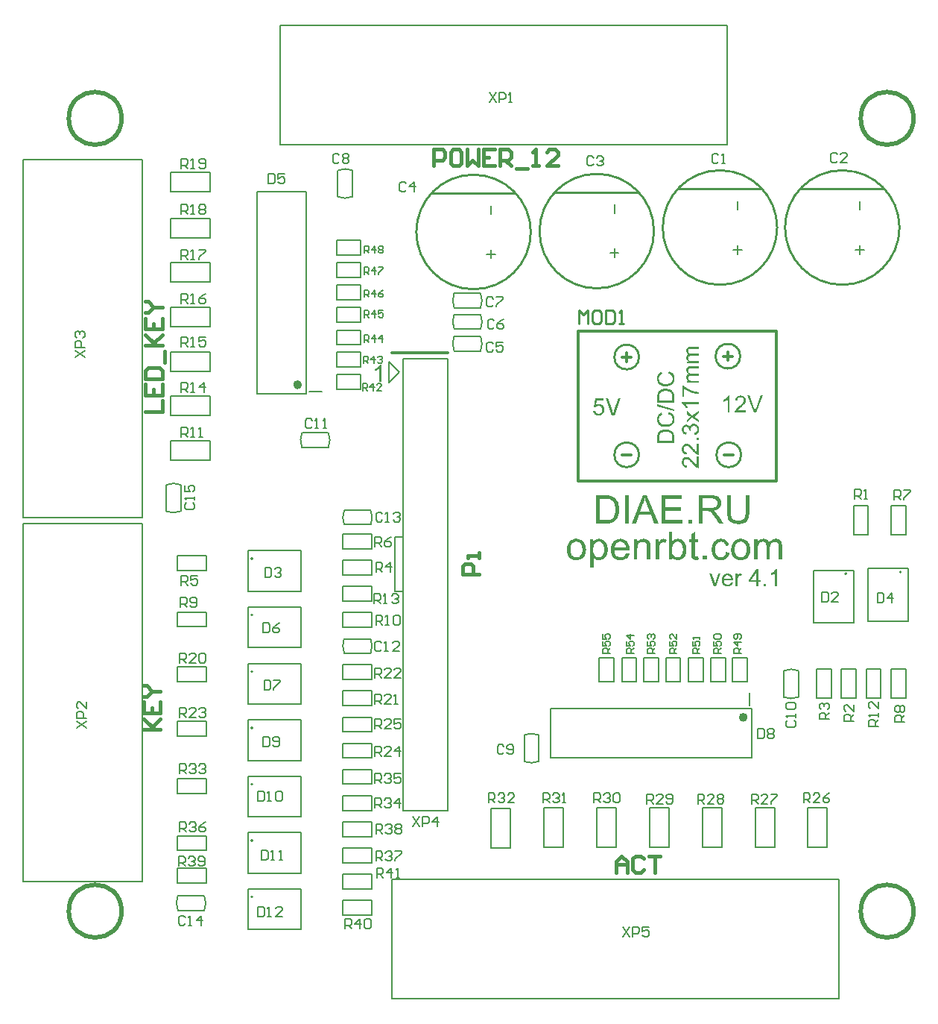
<source format=gto>
G04 Layer_Color=65535*
%FSLAX44Y44*%
%MOMM*%
G71*
G01*
G75*
%ADD18C,0.3000*%
%ADD19C,0.5000*%
%ADD35C,0.2540*%
%ADD36C,0.1500*%
%ADD37C,0.5000*%
%ADD38C,0.2500*%
%ADD39C,0.2000*%
%ADD40C,0.2032*%
%ADD41C,0.1998*%
%ADD42C,0.4000*%
G36*
X696329Y472695D02*
X696838Y472602D01*
X697439Y472417D01*
X698087Y472186D01*
X698828Y471862D01*
X699614Y471445D01*
X698180Y467836D01*
X698133Y467882D01*
X697948Y467974D01*
X697671Y468113D01*
X697300Y468252D01*
X696884Y468391D01*
X696375Y468530D01*
X695866Y468622D01*
X695357Y468669D01*
X695125D01*
X694894Y468622D01*
X694570Y468576D01*
X694246Y468483D01*
X693830Y468344D01*
X693413Y468159D01*
X693043Y467882D01*
X692997Y467836D01*
X692858Y467743D01*
X692719Y467558D01*
X692487Y467326D01*
X692256Y467002D01*
X692025Y466632D01*
X691793Y466216D01*
X691608Y465707D01*
X691562Y465614D01*
X691516Y465336D01*
X691423Y464920D01*
X691284Y464365D01*
X691145Y463670D01*
X691053Y462884D01*
X691007Y462051D01*
X690960Y461125D01*
Y449000D01*
X687027D01*
Y472232D01*
X690590D01*
Y468715D01*
X690636Y468761D01*
X690822Y469085D01*
X691053Y469501D01*
X691423Y470011D01*
X691793Y470520D01*
X692210Y471075D01*
X692626Y471538D01*
X693043Y471908D01*
X693089Y471954D01*
X693228Y472047D01*
X693506Y472186D01*
X693783Y472324D01*
X694154Y472463D01*
X694616Y472602D01*
X695079Y472695D01*
X695588Y472741D01*
X695912D01*
X696329Y472695D01*
D02*
G37*
G36*
X673791D02*
X674300Y472649D01*
X674902Y472556D01*
X675549Y472417D01*
X676244Y472232D01*
X676892Y471954D01*
X676984Y471908D01*
X677169Y471815D01*
X677493Y471677D01*
X677863Y471445D01*
X678326Y471167D01*
X678743Y470797D01*
X679159Y470427D01*
X679529Y469964D01*
X679576Y469918D01*
X679668Y469733D01*
X679807Y469501D01*
X680039Y469178D01*
X680224Y468715D01*
X680409Y468252D01*
X680640Y467697D01*
X680779Y467095D01*
Y467049D01*
X680825Y466864D01*
X680872Y466586D01*
X680918Y466216D01*
Y465660D01*
X680964Y465013D01*
X681010Y464226D01*
Y463254D01*
Y449000D01*
X677077D01*
Y463069D01*
Y463115D01*
Y463161D01*
Y463485D01*
Y463902D01*
X677030Y464411D01*
X676984Y465013D01*
X676892Y465614D01*
X676753Y466169D01*
X676614Y466679D01*
Y466725D01*
X676521Y466864D01*
X676383Y467095D01*
X676244Y467373D01*
X676012Y467650D01*
X675735Y467974D01*
X675364Y468298D01*
X674948Y468576D01*
X674902Y468622D01*
X674763Y468715D01*
X674485Y468807D01*
X674161Y468946D01*
X673791Y469085D01*
X673328Y469224D01*
X672773Y469270D01*
X672217Y469316D01*
X671986D01*
X671801Y469270D01*
X671338Y469224D01*
X670736Y469131D01*
X670089Y468900D01*
X669348Y468622D01*
X668608Y468252D01*
X667914Y467697D01*
X667821Y467604D01*
X667636Y467373D01*
X667497Y467188D01*
X667358Y466956D01*
X667173Y466679D01*
X667034Y466354D01*
X666849Y465984D01*
X666664Y465522D01*
X666525Y465013D01*
X666386Y464457D01*
X666294Y463856D01*
X666201Y463208D01*
X666109Y462421D01*
Y461634D01*
Y449000D01*
X662175D01*
Y472232D01*
X665692D01*
Y468900D01*
X665738Y468946D01*
X665831Y469085D01*
X665970Y469270D01*
X666155Y469501D01*
X666433Y469779D01*
X666757Y470103D01*
X667127Y470473D01*
X667589Y470844D01*
X668052Y471167D01*
X668608Y471538D01*
X669209Y471862D01*
X669857Y472139D01*
X670598Y472371D01*
X671338Y472556D01*
X672171Y472695D01*
X673050Y472741D01*
X673421D01*
X673791Y472695D01*
D02*
G37*
G36*
X823919D02*
X824243D01*
X824567Y472649D01*
X825354Y472510D01*
X826187Y472278D01*
X827066Y471908D01*
X827946Y471445D01*
X828686Y470797D01*
X828779Y470705D01*
X828964Y470427D01*
X829288Y470011D01*
X829426Y469687D01*
X829612Y469363D01*
X829797Y468946D01*
X829936Y468530D01*
X830121Y468067D01*
X830259Y467511D01*
X830352Y466956D01*
X830445Y466308D01*
X830537Y465660D01*
Y464920D01*
Y449000D01*
X826603D01*
Y463578D01*
Y463624D01*
Y463670D01*
Y463948D01*
Y464365D01*
X826557Y464874D01*
X826511Y465429D01*
X826465Y465984D01*
X826372Y466540D01*
X826233Y466956D01*
Y467002D01*
X826141Y467141D01*
X826048Y467326D01*
X825909Y467558D01*
X825724Y467836D01*
X825493Y468113D01*
X825215Y468391D01*
X824845Y468669D01*
X824799Y468715D01*
X824660Y468761D01*
X824475Y468854D01*
X824151Y468992D01*
X823827Y469131D01*
X823410Y469224D01*
X822994Y469270D01*
X822485Y469316D01*
X822253D01*
X822068Y469270D01*
X821605Y469224D01*
X821050Y469131D01*
X820402Y468900D01*
X819708Y468622D01*
X819014Y468206D01*
X818366Y467650D01*
X818320Y467558D01*
X818135Y467326D01*
X817857Y466956D01*
X817579Y466401D01*
X817255Y465660D01*
X817024Y464781D01*
X816839Y463717D01*
X816746Y462467D01*
Y449000D01*
X812812D01*
Y464041D01*
Y464087D01*
Y464179D01*
Y464272D01*
Y464457D01*
X812766Y464966D01*
X812674Y465522D01*
X812581Y466169D01*
X812396Y466817D01*
X812165Y467419D01*
X811841Y467974D01*
X811794Y468021D01*
X811655Y468206D01*
X811424Y468391D01*
X811100Y468669D01*
X810684Y468900D01*
X810128Y469131D01*
X809480Y469270D01*
X808694Y469316D01*
X808416D01*
X808092Y469270D01*
X807722Y469224D01*
X807259Y469085D01*
X806704Y468946D01*
X806195Y468715D01*
X805639Y468437D01*
X805593Y468391D01*
X805408Y468252D01*
X805176Y468067D01*
X804852Y467789D01*
X804529Y467419D01*
X804204Y466956D01*
X803881Y466447D01*
X803603Y465845D01*
X803557Y465753D01*
X803510Y465522D01*
X803418Y465151D01*
X803279Y464642D01*
X803140Y463948D01*
X803048Y463115D01*
X803001Y462143D01*
X802955Y461032D01*
Y449000D01*
X799021D01*
Y472232D01*
X802539D01*
Y468900D01*
X802585Y468992D01*
X802724Y469178D01*
X803001Y469501D01*
X803325Y469872D01*
X803742Y470335D01*
X804251Y470797D01*
X804806Y471260D01*
X805454Y471677D01*
X805547Y471723D01*
X805778Y471862D01*
X806148Y472001D01*
X806657Y472232D01*
X807259Y472417D01*
X807953Y472556D01*
X808740Y472695D01*
X809573Y472741D01*
X809989D01*
X810499Y472695D01*
X811054Y472602D01*
X811748Y472463D01*
X812442Y472278D01*
X813136Y472001D01*
X813784Y471630D01*
X813877Y471584D01*
X814062Y471445D01*
X814340Y471214D01*
X814710Y470844D01*
X815080Y470427D01*
X815497Y469918D01*
X815867Y469316D01*
X816144Y468622D01*
X816191Y468669D01*
X816283Y468807D01*
X816422Y468992D01*
X816654Y469270D01*
X816931Y469594D01*
X817255Y469918D01*
X817625Y470288D01*
X818088Y470705D01*
X818597Y471075D01*
X819106Y471445D01*
X819708Y471769D01*
X820356Y472093D01*
X821050Y472371D01*
X821790Y472556D01*
X822531Y472695D01*
X823364Y472741D01*
X823688D01*
X823919Y472695D01*
D02*
G37*
G36*
X744921Y449000D02*
X740432D01*
Y453489D01*
X744921D01*
Y449000D01*
D02*
G37*
G36*
X761813Y472695D02*
X762091D01*
X762461Y472649D01*
X763340Y472510D01*
X764312Y472278D01*
X765330Y471908D01*
X766348Y471445D01*
X767320Y470797D01*
X767367D01*
X767413Y470705D01*
X767691Y470427D01*
X768107Y470011D01*
X768616Y469409D01*
X769125Y468669D01*
X769634Y467743D01*
X770097Y466679D01*
X770421Y465429D01*
X766580Y464827D01*
Y464874D01*
X766534Y464920D01*
X766487Y465198D01*
X766348Y465614D01*
X766117Y466123D01*
X765886Y466679D01*
X765516Y467280D01*
X765099Y467836D01*
X764636Y468298D01*
X764590Y468344D01*
X764405Y468483D01*
X764081Y468669D01*
X763711Y468900D01*
X763202Y469131D01*
X762646Y469316D01*
X761998Y469455D01*
X761304Y469501D01*
X761026D01*
X760795Y469455D01*
X760286Y469409D01*
X759592Y469224D01*
X758851Y468992D01*
X758018Y468622D01*
X757232Y468067D01*
X756861Y467743D01*
X756491Y467373D01*
Y467326D01*
X756398Y467280D01*
X756306Y467141D01*
X756213Y466956D01*
X756075Y466725D01*
X755890Y466447D01*
X755751Y466123D01*
X755565Y465753D01*
X755380Y465290D01*
X755242Y464781D01*
X755057Y464226D01*
X754918Y463624D01*
X754825Y462976D01*
X754733Y462236D01*
X754640Y461449D01*
Y460616D01*
Y460570D01*
Y460431D01*
Y460153D01*
X754686Y459875D01*
Y459459D01*
X754733Y459043D01*
X754871Y458024D01*
X755057Y456914D01*
X755380Y455757D01*
X755797Y454739D01*
X756075Y454230D01*
X756398Y453813D01*
X756491Y453720D01*
X756722Y453489D01*
X757139Y453165D01*
X757648Y452795D01*
X758342Y452378D01*
X759129Y452054D01*
X760055Y451823D01*
X760564Y451777D01*
X761073Y451730D01*
X761165D01*
X761443Y451777D01*
X761906Y451823D01*
X762415Y451916D01*
X763016Y452054D01*
X763664Y452332D01*
X764312Y452656D01*
X764914Y453119D01*
X765006Y453165D01*
X765145Y453396D01*
X765423Y453720D01*
X765747Y454230D01*
X766071Y454831D01*
X766441Y455572D01*
X766719Y456497D01*
X766904Y457515D01*
X770791Y457006D01*
Y456960D01*
X770745Y456821D01*
X770699Y456636D01*
X770652Y456358D01*
X770560Y455988D01*
X770467Y455618D01*
X770143Y454692D01*
X769727Y453720D01*
X769125Y452656D01*
X768385Y451638D01*
X767968Y451175D01*
X767505Y450712D01*
X767459Y450666D01*
X767367Y450620D01*
X767228Y450527D01*
X767043Y450388D01*
X766811Y450203D01*
X766487Y450018D01*
X766117Y449833D01*
X765747Y449602D01*
X764821Y449185D01*
X763711Y448861D01*
X762507Y448583D01*
X761813Y448537D01*
X761119Y448491D01*
X760656D01*
X760332Y448537D01*
X759916Y448583D01*
X759453Y448676D01*
X758944Y448769D01*
X758389Y448861D01*
X757139Y449231D01*
X756537Y449509D01*
X755890Y449787D01*
X755242Y450157D01*
X754640Y450574D01*
X754038Y451036D01*
X753483Y451592D01*
X753437Y451638D01*
X753344Y451730D01*
X753205Y451916D01*
X753020Y452147D01*
X752835Y452471D01*
X752557Y452887D01*
X752326Y453350D01*
X752048Y453859D01*
X751771Y454461D01*
X751539Y455155D01*
X751262Y455849D01*
X751077Y456682D01*
X750891Y457515D01*
X750752Y458487D01*
X750660Y459459D01*
X750614Y460523D01*
Y460570D01*
Y460709D01*
Y460894D01*
Y461171D01*
X750660Y461495D01*
Y461866D01*
X750706Y462282D01*
X750752Y462745D01*
X750891Y463763D01*
X751123Y464874D01*
X751400Y465984D01*
X751817Y467095D01*
Y467141D01*
X751863Y467234D01*
X751956Y467373D01*
X752048Y467558D01*
X752326Y468067D01*
X752742Y468669D01*
X753298Y469363D01*
X753946Y470057D01*
X754733Y470751D01*
X755612Y471306D01*
X755658D01*
X755751Y471353D01*
X755890Y471445D01*
X756075Y471538D01*
X756306Y471630D01*
X756584Y471769D01*
X757278Y472047D01*
X758065Y472278D01*
X759036Y472510D01*
X760055Y472695D01*
X761165Y472741D01*
X761535D01*
X761813Y472695D01*
D02*
G37*
G36*
X623393D02*
X623717Y472649D01*
X624411Y472556D01*
X625244Y472371D01*
X626124Y472093D01*
X627003Y471677D01*
X627882Y471167D01*
X627929D01*
X627975Y471075D01*
X628252Y470890D01*
X628669Y470520D01*
X629178Y470057D01*
X629734Y469455D01*
X630289Y468715D01*
X630844Y467836D01*
X631307Y466864D01*
Y466817D01*
X631353Y466725D01*
X631399Y466586D01*
X631492Y466401D01*
X631585Y466123D01*
X631677Y465799D01*
X631909Y465059D01*
X632140Y464133D01*
X632325Y463115D01*
X632464Y461958D01*
X632510Y460755D01*
Y460709D01*
Y460616D01*
Y460431D01*
Y460153D01*
X632464Y459829D01*
Y459459D01*
X632371Y458626D01*
X632186Y457608D01*
X631955Y456543D01*
X631631Y455433D01*
X631214Y454322D01*
Y454276D01*
X631168Y454183D01*
X631076Y454044D01*
X630983Y453859D01*
X630659Y453350D01*
X630243Y452702D01*
X629734Y452008D01*
X629086Y451314D01*
X628345Y450620D01*
X627466Y449972D01*
X627420D01*
X627373Y449926D01*
X627234Y449833D01*
X627049Y449740D01*
X626586Y449509D01*
X625939Y449231D01*
X625152Y448954D01*
X624319Y448722D01*
X623347Y448537D01*
X622375Y448491D01*
X622051D01*
X621681Y448537D01*
X621218Y448583D01*
X620663Y448676D01*
X620061Y448815D01*
X619460Y449000D01*
X618858Y449278D01*
X618812Y449324D01*
X618580Y449417D01*
X618303Y449602D01*
X617932Y449879D01*
X617562Y450157D01*
X617099Y450527D01*
X616683Y450944D01*
X616313Y451407D01*
Y440115D01*
X612379D01*
Y472232D01*
X615942D01*
Y469178D01*
X615989Y469270D01*
X616174Y469455D01*
X616405Y469779D01*
X616775Y470149D01*
X617192Y470612D01*
X617655Y471029D01*
X618210Y471445D01*
X618765Y471815D01*
X618858Y471862D01*
X619043Y471954D01*
X619413Y472093D01*
X619876Y472278D01*
X620431Y472463D01*
X621079Y472602D01*
X621820Y472695D01*
X622653Y472741D01*
X623162D01*
X623393Y472695D01*
D02*
G37*
G36*
X824874Y419000D02*
X822514D01*
Y434019D01*
X822486Y433992D01*
X822347Y433881D01*
X822181Y433714D01*
X821903Y433520D01*
X821598Y433270D01*
X821209Y432992D01*
X820765Y432687D01*
X820265Y432381D01*
X820237D01*
X820210Y432354D01*
X820043Y432243D01*
X819765Y432104D01*
X819432Y431937D01*
X819044Y431743D01*
X818627Y431549D01*
X818211Y431354D01*
X817794Y431188D01*
Y433464D01*
X817822D01*
X817878Y433520D01*
X817989Y433547D01*
X818127Y433631D01*
X818294Y433714D01*
X818488Y433825D01*
X818960Y434103D01*
X819515Y434408D01*
X820071Y434797D01*
X820654Y435241D01*
X821237Y435713D01*
X821264Y435741D01*
X821292Y435768D01*
X821376Y435852D01*
X821487Y435935D01*
X821736Y436213D01*
X822070Y436546D01*
X822403Y436934D01*
X822764Y437379D01*
X823069Y437823D01*
X823347Y438295D01*
X824874D01*
Y419000D01*
D02*
G37*
G36*
X755496D02*
X753247D01*
X748000Y432937D01*
X750499D01*
X753497Y424580D01*
Y424552D01*
X753525Y424525D01*
X753552Y424441D01*
X753580Y424358D01*
X753663Y424081D01*
X753774Y423720D01*
X753913Y423303D01*
X754080Y422831D01*
X754219Y422304D01*
X754385Y421776D01*
X754413Y421832D01*
X754441Y421971D01*
X754524Y422193D01*
X754607Y422526D01*
X754746Y422887D01*
X754885Y423359D01*
X755079Y423858D01*
X755274Y424414D01*
X758355Y432937D01*
X760798D01*
X755496Y419000D01*
D02*
G37*
G36*
X812547D02*
X809854D01*
Y421693D01*
X812547D01*
Y419000D01*
D02*
G37*
G36*
X769072Y433214D02*
X769294Y433186D01*
X769571Y433131D01*
X769877Y433075D01*
X770238Y432992D01*
X770571Y432909D01*
X770959Y432770D01*
X771320Y432631D01*
X771709Y432437D01*
X772098Y432215D01*
X772486Y431965D01*
X772847Y431660D01*
X773180Y431326D01*
X773208Y431299D01*
X773264Y431243D01*
X773347Y431132D01*
X773458Y430965D01*
X773597Y430771D01*
X773736Y430549D01*
X773902Y430271D01*
X774069Y429938D01*
X774235Y429577D01*
X774402Y429189D01*
X774541Y428745D01*
X774679Y428273D01*
X774790Y427745D01*
X774874Y427190D01*
X774929Y426607D01*
X774957Y425968D01*
Y425941D01*
Y425830D01*
Y425635D01*
X774929Y425358D01*
X764519D01*
Y425330D01*
Y425247D01*
X764546Y425135D01*
Y424969D01*
X764574Y424775D01*
X764630Y424552D01*
X764713Y424053D01*
X764879Y423498D01*
X765101Y422887D01*
X765407Y422332D01*
X765796Y421832D01*
X765823D01*
X765851Y421776D01*
X766018Y421637D01*
X766267Y421443D01*
X766601Y421249D01*
X767045Y421027D01*
X767545Y420832D01*
X768100Y420694D01*
X768405Y420666D01*
X768738Y420638D01*
X768960D01*
X769210Y420666D01*
X769516Y420721D01*
X769849Y420804D01*
X770238Y420916D01*
X770598Y421082D01*
X770959Y421304D01*
X770987Y421332D01*
X771126Y421443D01*
X771292Y421610D01*
X771487Y421832D01*
X771709Y422137D01*
X771959Y422526D01*
X772209Y422970D01*
X772431Y423498D01*
X774874Y423192D01*
Y423164D01*
X774846Y423109D01*
X774818Y422998D01*
X774763Y422831D01*
X774679Y422665D01*
X774596Y422443D01*
X774374Y421971D01*
X774097Y421443D01*
X773708Y420888D01*
X773264Y420360D01*
X772708Y419861D01*
X772681D01*
X772625Y419805D01*
X772542Y419750D01*
X772431Y419666D01*
X772264Y419583D01*
X772098Y419500D01*
X771876Y419389D01*
X771626Y419278D01*
X771348Y419167D01*
X771070Y419055D01*
X770376Y418889D01*
X769599Y418750D01*
X768738Y418695D01*
X768433D01*
X768239Y418722D01*
X767989Y418750D01*
X767683Y418806D01*
X767350Y418861D01*
X766989Y418917D01*
X766212Y419139D01*
X765796Y419305D01*
X765407Y419472D01*
X764990Y419694D01*
X764602Y419944D01*
X764241Y420221D01*
X763880Y420555D01*
X763852Y420582D01*
X763797Y420638D01*
X763713Y420749D01*
X763602Y420916D01*
X763464Y421110D01*
X763325Y421332D01*
X763158Y421610D01*
X762992Y421915D01*
X762825Y422276D01*
X762658Y422665D01*
X762520Y423109D01*
X762381Y423581D01*
X762270Y424081D01*
X762187Y424636D01*
X762131Y425219D01*
X762103Y425830D01*
Y425857D01*
Y425996D01*
Y426163D01*
X762131Y426413D01*
X762159Y426718D01*
X762187Y427051D01*
X762242Y427440D01*
X762325Y427828D01*
X762547Y428717D01*
X762686Y429161D01*
X762853Y429633D01*
X763075Y430077D01*
X763325Y430494D01*
X763602Y430910D01*
X763908Y431299D01*
X763935Y431326D01*
X763991Y431382D01*
X764102Y431465D01*
X764241Y431604D01*
X764408Y431743D01*
X764630Y431909D01*
X764879Y432104D01*
X765185Y432270D01*
X765490Y432465D01*
X765851Y432631D01*
X766240Y432798D01*
X766656Y432937D01*
X767100Y433075D01*
X767572Y433159D01*
X768072Y433214D01*
X768600Y433242D01*
X768877D01*
X769072Y433214D01*
D02*
G37*
G36*
X803497Y425774D02*
X806106D01*
Y423609D01*
X803497D01*
Y419000D01*
X801137D01*
Y423609D01*
X792780D01*
Y425774D01*
X801581Y438211D01*
X803497D01*
Y425774D01*
D02*
G37*
G36*
X731454Y472232D02*
X735434D01*
Y469178D01*
X731454D01*
Y455525D01*
Y455433D01*
Y455248D01*
Y454970D01*
X731500Y454646D01*
X731547Y453905D01*
X731593Y453582D01*
X731639Y453350D01*
X731686Y453258D01*
X731824Y453073D01*
X732010Y452841D01*
X732334Y452610D01*
X732426Y452564D01*
X732657Y452471D01*
X733074Y452378D01*
X733676Y452332D01*
X734138D01*
X734370Y452378D01*
X734694D01*
X735064Y452425D01*
X735434Y452471D01*
X735943Y449000D01*
X735851D01*
X735666Y448954D01*
X735342Y448907D01*
X734925Y448861D01*
X734462Y448769D01*
X733953Y448722D01*
X732935Y448676D01*
X732565D01*
X732195Y448722D01*
X731732Y448769D01*
X731177Y448815D01*
X730621Y448954D01*
X730112Y449092D01*
X729603Y449324D01*
X729557Y449370D01*
X729418Y449463D01*
X729233Y449602D01*
X728955Y449833D01*
X728724Y450064D01*
X728446Y450388D01*
X728168Y450712D01*
X727983Y451129D01*
Y451175D01*
X727891Y451360D01*
X727844Y451684D01*
X727752Y452147D01*
X727659Y452749D01*
X727613Y453119D01*
Y453535D01*
X727567Y454044D01*
X727521Y454553D01*
Y455109D01*
Y455757D01*
Y469178D01*
X724605D01*
Y472232D01*
X727521D01*
Y477971D01*
X731454Y480331D01*
Y472232D01*
D02*
G37*
G36*
X716833Y518230D02*
X697905D01*
Y508465D01*
X715630D01*
Y504670D01*
X697905D01*
Y493795D01*
X717574D01*
Y490000D01*
X693648D01*
Y522025D01*
X716833D01*
Y518230D01*
D02*
G37*
G36*
X728542Y490000D02*
X724053D01*
Y494489D01*
X728542D01*
Y490000D01*
D02*
G37*
G36*
X690177D02*
X685364D01*
X681615Y499719D01*
X668194D01*
X664724Y490000D01*
X660234D01*
X672452Y522025D01*
X677080D01*
X690177Y490000D01*
D02*
G37*
G36*
X632143Y521979D02*
X633069Y521932D01*
X633994Y521840D01*
X634920Y521701D01*
X635707Y521562D01*
X635753D01*
X635845Y521516D01*
X635984D01*
X636169Y521423D01*
X636679Y521284D01*
X637326Y521053D01*
X638067Y520729D01*
X638854Y520313D01*
X639640Y519850D01*
X640381Y519248D01*
X640427Y519202D01*
X640473Y519156D01*
X640612Y519017D01*
X640797Y518878D01*
X641260Y518415D01*
X641815Y517767D01*
X642417Y516981D01*
X643065Y516055D01*
X643667Y514991D01*
X644176Y513787D01*
Y513741D01*
X644222Y513648D01*
X644314Y513463D01*
X644361Y513186D01*
X644500Y512862D01*
X644592Y512491D01*
X644685Y512075D01*
X644824Y511566D01*
X644962Y511057D01*
X645055Y510455D01*
X645286Y509159D01*
X645425Y507725D01*
X645471Y506151D01*
Y506105D01*
Y506012D01*
Y505781D01*
Y505550D01*
X645425Y505226D01*
Y504855D01*
X645379Y503976D01*
X645240Y502958D01*
X645101Y501894D01*
X644870Y500783D01*
X644592Y499672D01*
Y499626D01*
X644546Y499533D01*
X644500Y499395D01*
X644453Y499210D01*
X644268Y498700D01*
X643991Y498052D01*
X643713Y497312D01*
X643343Y496572D01*
X642880Y495785D01*
X642417Y495044D01*
X642371Y494952D01*
X642186Y494720D01*
X641908Y494397D01*
X641538Y493980D01*
X641121Y493517D01*
X640612Y493054D01*
X640103Y492545D01*
X639501Y492129D01*
X639409Y492083D01*
X639224Y491944D01*
X638900Y491759D01*
X638437Y491527D01*
X637882Y491250D01*
X637234Y491018D01*
X636493Y490741D01*
X635660Y490509D01*
X635568D01*
X635429Y490463D01*
X635290Y490416D01*
X634827Y490370D01*
X634179Y490278D01*
X633439Y490185D01*
X632560Y490093D01*
X631588Y490046D01*
X630523Y490000D01*
X619000D01*
Y522025D01*
X631310D01*
X632143Y521979D01*
D02*
G37*
G36*
X656254Y490000D02*
X651997D01*
Y522025D01*
X656254D01*
Y490000D01*
D02*
G37*
G36*
X751172Y521979D02*
X751589D01*
X752561Y521932D01*
X753579Y521794D01*
X754689Y521655D01*
X755708Y521423D01*
X756217Y521284D01*
X756633Y521146D01*
X756679D01*
X756726Y521099D01*
X757003Y520961D01*
X757420Y520775D01*
X757929Y520452D01*
X758484Y520035D01*
X759086Y519480D01*
X759641Y518832D01*
X760197Y518091D01*
Y518045D01*
X760243Y517999D01*
X760428Y517721D01*
X760613Y517258D01*
X760891Y516657D01*
X761122Y515962D01*
X761354Y515129D01*
X761492Y514250D01*
X761539Y513278D01*
Y513232D01*
Y513139D01*
Y512954D01*
X761492Y512723D01*
Y512399D01*
X761446Y512075D01*
X761261Y511288D01*
X760983Y510363D01*
X760613Y509391D01*
X760058Y508419D01*
X759688Y507956D01*
X759317Y507493D01*
X759271Y507447D01*
X759225Y507401D01*
X759086Y507262D01*
X758901Y507123D01*
X758669Y506938D01*
X758392Y506753D01*
X758021Y506521D01*
X757651Y506244D01*
X757188Y506012D01*
X756679Y505781D01*
X756124Y505503D01*
X755523Y505272D01*
X754828Y505087D01*
X754134Y504855D01*
X753347Y504717D01*
X752514Y504578D01*
X752607Y504532D01*
X752792Y504439D01*
X753070Y504254D01*
X753440Y504069D01*
X754273Y503560D01*
X754689Y503236D01*
X755060Y502958D01*
X755152Y502865D01*
X755384Y502634D01*
X755754Y502264D01*
X756217Y501801D01*
X756726Y501153D01*
X757327Y500459D01*
X757929Y499626D01*
X758577Y498700D01*
X764084Y490000D01*
X758808D01*
X754597Y496664D01*
Y496710D01*
X754504Y496803D01*
X754412Y496942D01*
X754273Y497127D01*
X753949Y497636D01*
X753532Y498284D01*
X753023Y498978D01*
X752514Y499719D01*
X752005Y500413D01*
X751543Y501061D01*
X751496Y501107D01*
X751357Y501292D01*
X751126Y501570D01*
X750802Y501894D01*
X750108Y502588D01*
X749738Y502912D01*
X749367Y503190D01*
X749321Y503236D01*
X749229Y503282D01*
X749043Y503375D01*
X748766Y503513D01*
X748488Y503652D01*
X748164Y503791D01*
X747424Y504022D01*
X747377D01*
X747285Y504069D01*
X747100D01*
X746868Y504115D01*
X746544Y504161D01*
X746174D01*
X745665Y504208D01*
X740204D01*
Y490000D01*
X735947D01*
Y522025D01*
X750802D01*
X751172Y521979D01*
D02*
G37*
G36*
X705816Y469594D02*
X705862Y469640D01*
X705908Y469733D01*
X706047Y469872D01*
X706279Y470103D01*
X706510Y470335D01*
X706788Y470612D01*
X707158Y470890D01*
X707528Y471167D01*
X708454Y471769D01*
X709518Y472232D01*
X710120Y472463D01*
X710768Y472602D01*
X711462Y472695D01*
X712156Y472741D01*
X712526D01*
X712943Y472695D01*
X713452Y472649D01*
X714053Y472510D01*
X714748Y472371D01*
X715488Y472139D01*
X716182Y471862D01*
X716275Y471815D01*
X716506Y471723D01*
X716876Y471492D01*
X717293Y471214D01*
X717802Y470890D01*
X718311Y470473D01*
X718866Y469964D01*
X719329Y469409D01*
X719376Y469363D01*
X719514Y469131D01*
X719746Y468807D01*
X720023Y468391D01*
X720347Y467836D01*
X720671Y467188D01*
X720995Y466447D01*
X721273Y465660D01*
Y465614D01*
X721319Y465568D01*
X721366Y465429D01*
X721412Y465290D01*
X721504Y464827D01*
X721643Y464226D01*
X721782Y463531D01*
X721921Y462745D01*
X721967Y461866D01*
X722013Y460940D01*
Y460894D01*
Y460662D01*
Y460385D01*
X721967Y459968D01*
X721921Y459459D01*
X721875Y458904D01*
X721782Y458256D01*
X721643Y457562D01*
X721273Y456081D01*
X721041Y455294D01*
X720764Y454553D01*
X720440Y453767D01*
X720023Y453073D01*
X719561Y452378D01*
X719052Y451730D01*
X719005Y451684D01*
X718913Y451592D01*
X718774Y451453D01*
X718542Y451221D01*
X718219Y450990D01*
X717895Y450712D01*
X717524Y450435D01*
X717062Y450111D01*
X716553Y449833D01*
X716043Y449509D01*
X714794Y449000D01*
X714146Y448769D01*
X713452Y448630D01*
X712711Y448537D01*
X711971Y448491D01*
X711786D01*
X711554Y448537D01*
X711277D01*
X710953Y448583D01*
X710536Y448676D01*
X709611Y448907D01*
X709102Y449092D01*
X708593Y449324D01*
X708037Y449602D01*
X707528Y449926D01*
X706973Y450342D01*
X706464Y450805D01*
X706001Y451314D01*
X705538Y451916D01*
Y449000D01*
X701882D01*
Y481025D01*
X705816D01*
Y469594D01*
D02*
G37*
G36*
X784351Y472695D02*
X784767Y472649D01*
X785230Y472556D01*
X785739Y472463D01*
X786341Y472371D01*
X787590Y471954D01*
X788238Y471723D01*
X788886Y471399D01*
X789534Y471075D01*
X790182Y470612D01*
X790784Y470149D01*
X791385Y469594D01*
X791432Y469548D01*
X791524Y469455D01*
X791663Y469270D01*
X791848Y469039D01*
X792079Y468715D01*
X792357Y468298D01*
X792635Y467836D01*
X792913Y467326D01*
X793190Y466771D01*
X793468Y466077D01*
X793745Y465383D01*
X793977Y464596D01*
X794162Y463763D01*
X794301Y462884D01*
X794393Y461958D01*
X794440Y460940D01*
Y460894D01*
Y460755D01*
Y460523D01*
Y460200D01*
X794393Y459829D01*
X794347Y459366D01*
Y458904D01*
X794255Y458395D01*
X794116Y457238D01*
X793838Y456081D01*
X793514Y454924D01*
X793051Y453859D01*
Y453813D01*
X793005Y453767D01*
X792913Y453628D01*
X792820Y453443D01*
X792496Y452980D01*
X792079Y452425D01*
X791524Y451777D01*
X790830Y451129D01*
X790043Y450481D01*
X789118Y449879D01*
X789071D01*
X789025Y449833D01*
X788886Y449740D01*
X788655Y449648D01*
X788423Y449555D01*
X788146Y449463D01*
X787452Y449185D01*
X786665Y448954D01*
X785693Y448722D01*
X784675Y448537D01*
X783564Y448491D01*
X783101D01*
X782731Y448537D01*
X782315Y448583D01*
X781852Y448676D01*
X781296Y448769D01*
X780741Y448861D01*
X779492Y449231D01*
X778798Y449509D01*
X778150Y449787D01*
X777502Y450157D01*
X776854Y450574D01*
X776252Y451036D01*
X775650Y451592D01*
X775604Y451638D01*
X775512Y451730D01*
X775373Y451916D01*
X775188Y452193D01*
X774956Y452517D01*
X774725Y452887D01*
X774447Y453350D01*
X774170Y453905D01*
X773892Y454507D01*
X773614Y455201D01*
X773383Y455942D01*
X773151Y456729D01*
X772966Y457608D01*
X772828Y458533D01*
X772735Y459552D01*
X772689Y460616D01*
Y460709D01*
Y460894D01*
X772735Y461218D01*
Y461680D01*
X772781Y462189D01*
X772874Y462837D01*
X772966Y463485D01*
X773151Y464226D01*
X773337Y464966D01*
X773568Y465753D01*
X773846Y466586D01*
X774216Y467373D01*
X774586Y468113D01*
X775095Y468854D01*
X775604Y469548D01*
X776252Y470149D01*
X776298Y470196D01*
X776391Y470242D01*
X776576Y470381D01*
X776807Y470566D01*
X777085Y470751D01*
X777455Y470982D01*
X777826Y471214D01*
X778288Y471445D01*
X778798Y471677D01*
X779353Y471908D01*
X780602Y472324D01*
X782037Y472649D01*
X782777Y472695D01*
X783564Y472741D01*
X784027D01*
X784351Y472695D01*
D02*
G37*
G36*
X647551D02*
X647921Y472649D01*
X648384Y472556D01*
X648893Y472463D01*
X649494Y472324D01*
X650050Y472186D01*
X650698Y471954D01*
X651299Y471723D01*
X651947Y471399D01*
X652595Y471029D01*
X653243Y470612D01*
X653845Y470103D01*
X654400Y469548D01*
X654446Y469501D01*
X654539Y469409D01*
X654678Y469224D01*
X654863Y468946D01*
X655094Y468622D01*
X655326Y468252D01*
X655603Y467789D01*
X655881Y467234D01*
X656159Y466632D01*
X656436Y465984D01*
X656668Y465244D01*
X656899Y464457D01*
X657084Y463578D01*
X657223Y462652D01*
X657316Y461680D01*
X657362Y460616D01*
Y460570D01*
Y460385D01*
Y460061D01*
X657316Y459598D01*
X639961D01*
Y459552D01*
Y459413D01*
X640007Y459228D01*
Y458950D01*
X640054Y458626D01*
X640146Y458256D01*
X640285Y457423D01*
X640563Y456497D01*
X640933Y455479D01*
X641442Y454553D01*
X642090Y453720D01*
X642136D01*
X642182Y453628D01*
X642460Y453396D01*
X642877Y453073D01*
X643432Y452749D01*
X644172Y452378D01*
X645005Y452054D01*
X645931Y451823D01*
X646440Y451777D01*
X646995Y451730D01*
X647366D01*
X647782Y451777D01*
X648291Y451869D01*
X648847Y452008D01*
X649494Y452193D01*
X650096Y452471D01*
X650698Y452841D01*
X650744Y452887D01*
X650975Y453073D01*
X651253Y453350D01*
X651577Y453720D01*
X651947Y454230D01*
X652364Y454877D01*
X652780Y455618D01*
X653150Y456497D01*
X657223Y455988D01*
Y455942D01*
X657177Y455849D01*
X657131Y455664D01*
X657038Y455387D01*
X656899Y455109D01*
X656760Y454739D01*
X656390Y453952D01*
X655927Y453073D01*
X655279Y452147D01*
X654539Y451268D01*
X653613Y450435D01*
X653567D01*
X653475Y450342D01*
X653336Y450249D01*
X653150Y450111D01*
X652873Y449972D01*
X652595Y449833D01*
X652225Y449648D01*
X651808Y449463D01*
X651346Y449278D01*
X650883Y449092D01*
X649726Y448815D01*
X648430Y448583D01*
X646995Y448491D01*
X646486D01*
X646162Y448537D01*
X645746Y448583D01*
X645237Y448676D01*
X644681Y448769D01*
X644080Y448861D01*
X642784Y449231D01*
X642090Y449509D01*
X641442Y449787D01*
X640748Y450157D01*
X640100Y450574D01*
X639498Y451036D01*
X638897Y451592D01*
X638850Y451638D01*
X638758Y451730D01*
X638619Y451916D01*
X638434Y452193D01*
X638203Y452517D01*
X637971Y452887D01*
X637693Y453350D01*
X637416Y453859D01*
X637138Y454461D01*
X636860Y455109D01*
X636629Y455849D01*
X636398Y456636D01*
X636213Y457469D01*
X636074Y458395D01*
X635981Y459366D01*
X635935Y460385D01*
Y460431D01*
Y460662D01*
Y460940D01*
X635981Y461356D01*
X636027Y461866D01*
X636074Y462421D01*
X636166Y463069D01*
X636305Y463717D01*
X636675Y465198D01*
X636907Y465938D01*
X637184Y466725D01*
X637555Y467465D01*
X637971Y468159D01*
X638434Y468854D01*
X638943Y469501D01*
X638989Y469548D01*
X639082Y469640D01*
X639267Y469779D01*
X639498Y470011D01*
X639776Y470242D01*
X640146Y470520D01*
X640563Y470844D01*
X641072Y471121D01*
X641581Y471445D01*
X642182Y471723D01*
X642830Y472001D01*
X643524Y472232D01*
X644265Y472463D01*
X645052Y472602D01*
X645885Y472695D01*
X646764Y472741D01*
X647227D01*
X647551Y472695D01*
D02*
G37*
G36*
X793425Y503513D02*
Y503467D01*
Y503282D01*
Y503051D01*
Y502727D01*
X793379Y502310D01*
Y501847D01*
X793332Y501292D01*
X793286Y500737D01*
X793147Y499487D01*
X792962Y498191D01*
X792684Y496942D01*
X792499Y496340D01*
X792314Y495785D01*
Y495739D01*
X792268Y495646D01*
X792175Y495507D01*
X792083Y495322D01*
X791805Y494813D01*
X791388Y494165D01*
X790833Y493425D01*
X790185Y492684D01*
X789352Y491897D01*
X788334Y491203D01*
X788288D01*
X788195Y491111D01*
X788056Y491064D01*
X787825Y490926D01*
X787547Y490787D01*
X787177Y490648D01*
X786807Y490509D01*
X786344Y490324D01*
X785835Y490139D01*
X785280Y490000D01*
X784678Y489861D01*
X783984Y489722D01*
X783290Y489630D01*
X782549Y489537D01*
X780883Y489445D01*
X780467D01*
X780143Y489491D01*
X779773D01*
X779310Y489537D01*
X778801Y489584D01*
X778292Y489630D01*
X777135Y489815D01*
X775885Y490093D01*
X774682Y490463D01*
X773525Y490972D01*
X773479D01*
X773386Y491064D01*
X773247Y491157D01*
X773062Y491250D01*
X772553Y491620D01*
X771951Y492129D01*
X771257Y492777D01*
X770609Y493517D01*
X769961Y494443D01*
X769452Y495461D01*
Y495507D01*
X769406Y495600D01*
X769360Y495785D01*
X769267Y496016D01*
X769175Y496294D01*
X769082Y496664D01*
X768943Y497081D01*
X768851Y497590D01*
X768758Y498145D01*
X768619Y498747D01*
X768527Y499395D01*
X768434Y500089D01*
X768342Y500876D01*
X768295Y501708D01*
X768249Y502588D01*
Y503513D01*
Y522025D01*
X772507D01*
Y503513D01*
Y503467D01*
Y503328D01*
Y503097D01*
Y502819D01*
X772553Y502495D01*
Y502079D01*
X772599Y501199D01*
X772692Y500181D01*
X772831Y499163D01*
X773016Y498191D01*
X773108Y497775D01*
X773247Y497358D01*
X773294Y497266D01*
X773386Y497034D01*
X773617Y496710D01*
X773895Y496248D01*
X774219Y495785D01*
X774682Y495276D01*
X775237Y494767D01*
X775885Y494350D01*
X775978Y494304D01*
X776209Y494165D01*
X776626Y494026D01*
X777181Y493841D01*
X777829Y493610D01*
X778662Y493471D01*
X779541Y493332D01*
X780513Y493286D01*
X780976D01*
X781254Y493332D01*
X781670D01*
X782086Y493378D01*
X783105Y493563D01*
X784215Y493795D01*
X785280Y494165D01*
X786298Y494674D01*
X786761Y494998D01*
X787177Y495368D01*
X787223Y495415D01*
X787270Y495461D01*
X787362Y495600D01*
X787501Y495785D01*
X787640Y496063D01*
X787825Y496340D01*
X788010Y496757D01*
X788195Y497173D01*
X788380Y497682D01*
X788519Y498284D01*
X788704Y498978D01*
X788843Y499719D01*
X788982Y500552D01*
X789075Y501431D01*
X789167Y502449D01*
Y503513D01*
Y522025D01*
X793425D01*
Y503513D01*
D02*
G37*
G36*
X597662Y472695D02*
X598079Y472649D01*
X598542Y472556D01*
X599051Y472463D01*
X599652Y472371D01*
X600902Y471954D01*
X601550Y471723D01*
X602198Y471399D01*
X602845Y471075D01*
X603493Y470612D01*
X604095Y470149D01*
X604697Y469594D01*
X604743Y469548D01*
X604836Y469455D01*
X604974Y469270D01*
X605159Y469039D01*
X605391Y468715D01*
X605668Y468298D01*
X605946Y467836D01*
X606224Y467326D01*
X606502Y466771D01*
X606779Y466077D01*
X607057Y465383D01*
X607288Y464596D01*
X607473Y463763D01*
X607612Y462884D01*
X607705Y461958D01*
X607751Y460940D01*
Y460894D01*
Y460755D01*
Y460523D01*
Y460200D01*
X607705Y459829D01*
X607659Y459366D01*
Y458904D01*
X607566Y458395D01*
X607427Y457238D01*
X607149Y456081D01*
X606825Y454924D01*
X606363Y453859D01*
Y453813D01*
X606316Y453767D01*
X606224Y453628D01*
X606131Y453443D01*
X605807Y452980D01*
X605391Y452425D01*
X604836Y451777D01*
X604141Y451129D01*
X603354Y450481D01*
X602429Y449879D01*
X602383D01*
X602336Y449833D01*
X602198Y449740D01*
X601966Y449648D01*
X601735Y449555D01*
X601457Y449463D01*
X600763Y449185D01*
X599976Y448954D01*
X599004Y448722D01*
X597986Y448537D01*
X596875Y448491D01*
X596413D01*
X596043Y448537D01*
X595626Y448583D01*
X595163Y448676D01*
X594608Y448769D01*
X594053Y448861D01*
X592803Y449231D01*
X592109Y449509D01*
X591461Y449787D01*
X590813Y450157D01*
X590165Y450574D01*
X589563Y451036D01*
X588962Y451592D01*
X588916Y451638D01*
X588823Y451730D01*
X588684Y451916D01*
X588499Y452193D01*
X588268Y452517D01*
X588036Y452887D01*
X587759Y453350D01*
X587481Y453905D01*
X587203Y454507D01*
X586926Y455201D01*
X586694Y455942D01*
X586463Y456729D01*
X586278Y457608D01*
X586139Y458533D01*
X586046Y459552D01*
X586000Y460616D01*
Y460709D01*
Y460894D01*
X586046Y461218D01*
Y461680D01*
X586093Y462189D01*
X586185Y462837D01*
X586278Y463485D01*
X586463Y464226D01*
X586648Y464966D01*
X586879Y465753D01*
X587157Y466586D01*
X587527Y467373D01*
X587897Y468113D01*
X588406Y468854D01*
X588916Y469548D01*
X589563Y470149D01*
X589610Y470196D01*
X589702Y470242D01*
X589887Y470381D01*
X590119Y470566D01*
X590396Y470751D01*
X590767Y470982D01*
X591137Y471214D01*
X591600Y471445D01*
X592109Y471677D01*
X592664Y471908D01*
X593914Y472324D01*
X595348Y472649D01*
X596089Y472695D01*
X596875Y472741D01*
X597338D01*
X597662Y472695D01*
D02*
G37*
G36*
X702059Y616591D02*
X702225Y616536D01*
X702448Y616452D01*
X702697Y616369D01*
X703003Y616258D01*
X703336Y616119D01*
X703697Y615953D01*
X704474Y615564D01*
X705251Y615064D01*
X705640Y614759D01*
X706029Y614454D01*
X706362Y614120D01*
X706695Y613732D01*
X706723Y613704D01*
X706778Y613648D01*
X706834Y613510D01*
X706945Y613371D01*
X707084Y613149D01*
X707223Y612927D01*
X707362Y612621D01*
X707500Y612316D01*
X707667Y611955D01*
X707806Y611566D01*
X707944Y611150D01*
X708083Y610706D01*
X708194Y610234D01*
X708250Y609734D01*
X708305Y609206D01*
X708333Y608651D01*
Y608623D01*
Y608512D01*
Y608346D01*
X708305Y608124D01*
Y607874D01*
X708278Y607569D01*
X708222Y607235D01*
X708167Y606847D01*
X708028Y606041D01*
X707806Y605209D01*
X707500Y604376D01*
X707306Y603987D01*
X707084Y603599D01*
X707056Y603571D01*
X707028Y603515D01*
X706945Y603404D01*
X706834Y603293D01*
X706723Y603126D01*
X706556Y602932D01*
X706362Y602710D01*
X706140Y602488D01*
X705890Y602266D01*
X705640Y602016D01*
X705002Y601516D01*
X704252Y601044D01*
X703419Y600628D01*
X703391D01*
X703308Y600572D01*
X703169Y600545D01*
X703003Y600461D01*
X702781Y600406D01*
X702503Y600322D01*
X702198Y600211D01*
X701865Y600128D01*
X701504Y600045D01*
X701087Y599934D01*
X700227Y599795D01*
X699255Y599684D01*
X698255Y599628D01*
X697950D01*
X697756Y599656D01*
X697478D01*
X697200Y599684D01*
X696840Y599712D01*
X696479Y599767D01*
X695674Y599906D01*
X694785Y600100D01*
X693897Y600378D01*
X693036Y600767D01*
X693008Y600794D01*
X692925Y600822D01*
X692814Y600878D01*
X692675Y600989D01*
X692481Y601100D01*
X692259Y601239D01*
X691759Y601600D01*
X691204Y602071D01*
X690649Y602627D01*
X690093Y603265D01*
X689621Y604015D01*
X689594Y604043D01*
X689566Y604126D01*
X689510Y604237D01*
X689427Y604376D01*
X689344Y604598D01*
X689260Y604820D01*
X689149Y605098D01*
X689038Y605403D01*
X688927Y605736D01*
X688816Y606097D01*
X688650Y606874D01*
X688511Y607763D01*
X688455Y608679D01*
Y608707D01*
Y608818D01*
Y608957D01*
X688483Y609151D01*
X688511Y609401D01*
X688539Y609706D01*
X688567Y610011D01*
X688650Y610372D01*
X688816Y611122D01*
X689066Y611955D01*
X689233Y612371D01*
X689427Y612760D01*
X689677Y613149D01*
X689927Y613537D01*
X689955Y613565D01*
X689982Y613621D01*
X690066Y613732D01*
X690204Y613871D01*
X690343Y614009D01*
X690538Y614204D01*
X690760Y614398D01*
X690982Y614620D01*
X691259Y614842D01*
X691592Y615064D01*
X691926Y615314D01*
X692287Y615536D01*
X692703Y615731D01*
X693120Y615953D01*
X693564Y616119D01*
X694063Y616286D01*
X694646Y613787D01*
X694619D01*
X694563Y613759D01*
X694452Y613704D01*
X694313Y613648D01*
X694147Y613593D01*
X693925Y613510D01*
X693480Y613288D01*
X692981Y613010D01*
X692481Y612677D01*
X692009Y612260D01*
X691592Y611816D01*
X691537Y611760D01*
X691426Y611594D01*
X691287Y611316D01*
X691093Y610955D01*
X690926Y610484D01*
X690760Y609956D01*
X690649Y609318D01*
X690621Y608623D01*
Y608596D01*
Y608512D01*
Y608401D01*
X690649Y608262D01*
Y608068D01*
X690676Y607846D01*
X690760Y607319D01*
X690871Y606736D01*
X691065Y606125D01*
X691343Y605486D01*
X691704Y604903D01*
Y604875D01*
X691759Y604848D01*
X691898Y604653D01*
X692120Y604404D01*
X692453Y604098D01*
X692870Y603737D01*
X693342Y603404D01*
X693925Y603099D01*
X694563Y602821D01*
X694591D01*
X694646Y602793D01*
X694730Y602766D01*
X694868Y602738D01*
X695035Y602682D01*
X695229Y602627D01*
X695701Y602543D01*
X696257Y602433D01*
X696867Y602321D01*
X697534Y602266D01*
X698255Y602238D01*
X698672D01*
X698866Y602266D01*
X699116D01*
X699394Y602294D01*
X699699Y602321D01*
X700365Y602405D01*
X701087Y602543D01*
X701809Y602710D01*
X702531Y602932D01*
X702559D01*
X702614Y602960D01*
X702697Y603016D01*
X702836Y603071D01*
X703169Y603238D01*
X703558Y603487D01*
X704002Y603793D01*
X704474Y604182D01*
X704891Y604626D01*
X705279Y605153D01*
Y605181D01*
X705307Y605236D01*
X705363Y605320D01*
X705418Y605431D01*
X705474Y605570D01*
X705557Y605736D01*
X705723Y606125D01*
X705890Y606624D01*
X706029Y607180D01*
X706140Y607791D01*
X706168Y608429D01*
Y608457D01*
Y608512D01*
Y608623D01*
X706140Y608790D01*
Y608984D01*
X706112Y609179D01*
X706001Y609678D01*
X705862Y610261D01*
X705640Y610844D01*
X705335Y611455D01*
X705168Y611760D01*
X704946Y612038D01*
X704918Y612066D01*
X704891Y612094D01*
X704807Y612177D01*
X704724Y612288D01*
X704585Y612399D01*
X704419Y612538D01*
X704252Y612705D01*
X704030Y612843D01*
X703780Y613010D01*
X703503Y613204D01*
X703225Y613371D01*
X702892Y613537D01*
X702531Y613676D01*
X702142Y613815D01*
X701726Y613954D01*
X701282Y614065D01*
X701920Y616619D01*
X701948D01*
X702059Y616591D01*
D02*
G37*
G36*
X736000Y614854D02*
X731697Y611967D01*
X730670Y611301D01*
X736000Y607553D01*
Y604693D01*
X728782Y609774D01*
X722063Y605082D01*
Y607969D01*
X725367Y610162D01*
X725395Y610190D01*
X725506Y610273D01*
X725700Y610384D01*
X725895Y610523D01*
X726144Y610662D01*
X726394Y610829D01*
X726644Y610995D01*
X726894Y611134D01*
X726866Y611162D01*
X726755Y611245D01*
X726589Y611356D01*
X726394Y611495D01*
X726144Y611661D01*
X725895Y611828D01*
X725367Y612189D01*
X722063Y614549D01*
Y617408D01*
X728782Y612661D01*
X736000Y617742D01*
Y614854D01*
D02*
G37*
G36*
X708333Y619562D02*
Y617674D01*
X688455Y623254D01*
Y625142D01*
X708333Y619562D01*
D02*
G37*
G36*
X730753Y603277D02*
X730975Y603250D01*
X731225Y603194D01*
X731503Y603139D01*
X731808Y603083D01*
X732474Y602861D01*
X732835Y602694D01*
X733168Y602528D01*
X733529Y602306D01*
X733890Y602056D01*
X734251Y601778D01*
X734584Y601445D01*
X734612Y601417D01*
X734667Y601362D01*
X734751Y601251D01*
X734862Y601112D01*
X735001Y600945D01*
X735139Y600723D01*
X735306Y600473D01*
X735445Y600168D01*
X735611Y599863D01*
X735778Y599502D01*
X735917Y599141D01*
X736056Y598724D01*
X736167Y598280D01*
X736250Y597808D01*
X736305Y597336D01*
X736333Y596809D01*
Y596781D01*
Y596698D01*
Y596559D01*
X736305Y596392D01*
X736278Y596170D01*
X736250Y595920D01*
X736194Y595643D01*
X736139Y595337D01*
X735972Y594671D01*
X735695Y593977D01*
X735528Y593616D01*
X735334Y593283D01*
X735084Y592950D01*
X734834Y592617D01*
X734806Y592589D01*
X734751Y592533D01*
X734667Y592450D01*
X734556Y592367D01*
X734418Y592228D01*
X734223Y592089D01*
X734029Y591923D01*
X733779Y591756D01*
X733501Y591590D01*
X733224Y591423D01*
X732558Y591118D01*
X731780Y590868D01*
X731364Y590784D01*
X730919Y590729D01*
X730614Y593089D01*
X730642D01*
X730697Y593116D01*
X730808Y593144D01*
X730947Y593172D01*
X731114Y593200D01*
X731308Y593255D01*
X731725Y593394D01*
X732224Y593588D01*
X732696Y593838D01*
X733140Y594116D01*
X733529Y594449D01*
X733557Y594505D01*
X733668Y594616D01*
X733807Y594838D01*
X733946Y595115D01*
X734112Y595448D01*
X734251Y595865D01*
X734362Y596337D01*
X734390Y596837D01*
Y596864D01*
Y596920D01*
Y597003D01*
X734362Y597114D01*
X734334Y597420D01*
X734251Y597808D01*
X734112Y598252D01*
X733918Y598724D01*
X733640Y599196D01*
X733251Y599641D01*
X733196Y599696D01*
X733029Y599835D01*
X732780Y600001D01*
X732446Y600224D01*
X732030Y600446D01*
X731558Y600612D01*
X731003Y600751D01*
X730392Y600807D01*
X730226D01*
X730114Y600779D01*
X729809Y600751D01*
X729448Y600668D01*
X729004Y600557D01*
X728560Y600362D01*
X728115Y600085D01*
X727699Y599724D01*
X727644Y599668D01*
X727533Y599529D01*
X727366Y599307D01*
X727172Y599002D01*
X726977Y598613D01*
X726811Y598141D01*
X726700Y597614D01*
X726644Y597031D01*
Y597003D01*
Y596920D01*
Y596781D01*
X726672Y596587D01*
X726700Y596337D01*
X726755Y596059D01*
X726811Y595726D01*
X726894Y595365D01*
X724812Y595643D01*
Y595671D01*
Y595782D01*
X724840Y595893D01*
Y596004D01*
Y596031D01*
Y596059D01*
Y596143D01*
Y596254D01*
X724784Y596559D01*
X724728Y596920D01*
X724645Y597336D01*
X724507Y597808D01*
X724312Y598252D01*
X724062Y598724D01*
Y598752D01*
X724035Y598780D01*
X723923Y598919D01*
X723729Y599113D01*
X723479Y599335D01*
X723118Y599557D01*
X722702Y599752D01*
X722230Y599890D01*
X721952Y599946D01*
X721425D01*
X721203Y599890D01*
X720897Y599835D01*
X720564Y599724D01*
X720203Y599585D01*
X719842Y599363D01*
X719509Y599058D01*
X719482Y599030D01*
X719370Y598891D01*
X719232Y598697D01*
X719065Y598447D01*
X718926Y598114D01*
X718787Y597725D01*
X718676Y597281D01*
X718649Y596781D01*
Y596753D01*
Y596726D01*
Y596559D01*
X718704Y596309D01*
X718760Y595976D01*
X718871Y595615D01*
X719009Y595254D01*
X719232Y594865D01*
X719509Y594505D01*
X719537Y594477D01*
X719676Y594366D01*
X719870Y594199D01*
X720148Y594005D01*
X720509Y593810D01*
X720953Y593616D01*
X721480Y593450D01*
X722091Y593339D01*
X721675Y590979D01*
X721647D01*
X721564Y591007D01*
X721453Y591034D01*
X721286Y591062D01*
X721092Y591118D01*
X720870Y591201D01*
X720342Y591367D01*
X719731Y591645D01*
X719121Y591978D01*
X718538Y592395D01*
X718010Y592922D01*
X717982Y592950D01*
X717955Y593005D01*
X717899Y593089D01*
X717816Y593200D01*
X717705Y593339D01*
X717594Y593533D01*
X717483Y593727D01*
X717344Y593977D01*
X717122Y594532D01*
X716900Y595171D01*
X716761Y595920D01*
X716705Y596309D01*
Y596726D01*
Y596753D01*
Y596809D01*
Y596892D01*
Y597003D01*
X716733Y597309D01*
X716789Y597669D01*
X716872Y598114D01*
X717011Y598613D01*
X717177Y599113D01*
X717399Y599613D01*
Y599641D01*
X717427Y599668D01*
X717510Y599835D01*
X717677Y600085D01*
X717871Y600362D01*
X718149Y600695D01*
X718454Y601029D01*
X718815Y601362D01*
X719232Y601639D01*
X719287Y601667D01*
X719426Y601750D01*
X719676Y601861D01*
X719981Y602000D01*
X720342Y602139D01*
X720759Y602250D01*
X721230Y602333D01*
X721702Y602361D01*
X721925D01*
X722147Y602333D01*
X722452Y602278D01*
X722813Y602195D01*
X723202Y602056D01*
X723590Y601889D01*
X723979Y601667D01*
X724035Y601639D01*
X724146Y601556D01*
X724340Y601390D01*
X724562Y601167D01*
X724812Y600890D01*
X725089Y600557D01*
X725339Y600168D01*
X725589Y599696D01*
Y599724D01*
X725617Y599779D01*
X725645Y599863D01*
X725673Y599974D01*
X725783Y600279D01*
X725950Y600668D01*
X726172Y601112D01*
X726450Y601556D01*
X726811Y601973D01*
X727227Y602361D01*
X727283Y602389D01*
X727449Y602500D01*
X727727Y602667D01*
X728088Y602833D01*
X728532Y603000D01*
X729060Y603166D01*
X729670Y603277D01*
X730337Y603305D01*
X730586D01*
X730753Y603277D01*
D02*
G37*
G36*
X698866Y643076D02*
X699088D01*
X699616Y643048D01*
X700227Y642965D01*
X700865Y642882D01*
X701531Y642743D01*
X702198Y642577D01*
X702225D01*
X702281Y642549D01*
X702364Y642521D01*
X702475Y642493D01*
X702781Y642382D01*
X703169Y642216D01*
X703614Y642049D01*
X704058Y641827D01*
X704530Y641549D01*
X704974Y641272D01*
X705030Y641244D01*
X705168Y641133D01*
X705363Y640966D01*
X705612Y640744D01*
X705890Y640494D01*
X706168Y640189D01*
X706473Y639884D01*
X706723Y639523D01*
X706751Y639467D01*
X706834Y639356D01*
X706945Y639162D01*
X707084Y638884D01*
X707250Y638551D01*
X707389Y638162D01*
X707556Y637718D01*
X707695Y637219D01*
Y637191D01*
Y637163D01*
X707722Y637080D01*
X707750Y636996D01*
X707778Y636719D01*
X707833Y636330D01*
X707889Y635886D01*
X707944Y635358D01*
X707972Y634775D01*
X708000Y634137D01*
Y627224D01*
X688789D01*
Y633831D01*
Y633859D01*
Y633942D01*
Y634054D01*
Y634192D01*
Y634387D01*
Y634609D01*
X688816Y635109D01*
X688844Y635664D01*
X688900Y636219D01*
X688983Y636774D01*
X689066Y637246D01*
Y637274D01*
X689094Y637329D01*
Y637413D01*
X689149Y637524D01*
X689233Y637829D01*
X689372Y638218D01*
X689566Y638662D01*
X689816Y639134D01*
X690093Y639606D01*
X690454Y640050D01*
X690482Y640078D01*
X690510Y640106D01*
X690593Y640189D01*
X690676Y640300D01*
X690954Y640578D01*
X691343Y640911D01*
X691815Y641272D01*
X692370Y641660D01*
X693008Y642021D01*
X693730Y642327D01*
X693758D01*
X693813Y642355D01*
X693925Y642410D01*
X694091Y642438D01*
X694286Y642521D01*
X694508Y642577D01*
X694757Y642632D01*
X695063Y642715D01*
X695368Y642799D01*
X695729Y642854D01*
X696507Y642993D01*
X697367Y643076D01*
X698311Y643104D01*
X698672D01*
X698866Y643076D01*
D02*
G37*
G36*
X736000Y688507D02*
X726783D01*
X726478Y688480D01*
X726144Y688452D01*
X725811Y688424D01*
X725478Y688369D01*
X725228Y688285D01*
X725201D01*
X725117Y688230D01*
X725006Y688174D01*
X724867Y688091D01*
X724701Y687980D01*
X724534Y687841D01*
X724368Y687674D01*
X724201Y687452D01*
X724173Y687425D01*
X724146Y687341D01*
X724090Y687230D01*
X724007Y687036D01*
X723923Y686842D01*
X723868Y686592D01*
X723840Y686342D01*
X723812Y686037D01*
Y686009D01*
Y685981D01*
Y685898D01*
X723840Y685787D01*
X723868Y685509D01*
X723923Y685176D01*
X724062Y684787D01*
X724229Y684371D01*
X724479Y683954D01*
X724812Y683566D01*
X724867Y683538D01*
X725006Y683427D01*
X725228Y683260D01*
X725561Y683094D01*
X726006Y682899D01*
X726533Y682760D01*
X727172Y682650D01*
X727921Y682594D01*
X736000D01*
Y680234D01*
X726727D01*
X726422Y680206D01*
X726089Y680151D01*
X725700Y680095D01*
X725312Y679984D01*
X724951Y679846D01*
X724617Y679651D01*
X724590Y679623D01*
X724479Y679540D01*
X724368Y679401D01*
X724201Y679207D01*
X724062Y678957D01*
X723923Y678624D01*
X723840Y678235D01*
X723812Y677763D01*
Y677708D01*
Y677597D01*
X723840Y677402D01*
X723868Y677180D01*
X723951Y676903D01*
X724035Y676570D01*
X724173Y676264D01*
X724340Y675931D01*
X724368Y675903D01*
X724451Y675792D01*
X724562Y675653D01*
X724728Y675459D01*
X724951Y675265D01*
X725228Y675070D01*
X725534Y674876D01*
X725895Y674709D01*
X725950Y674682D01*
X726089Y674654D01*
X726311Y674598D01*
X726616Y674515D01*
X727033Y674432D01*
X727533Y674376D01*
X728115Y674349D01*
X728782Y674321D01*
X736000D01*
Y671961D01*
X722063D01*
Y674071D01*
X724062D01*
X724007Y674099D01*
X723896Y674182D01*
X723701Y674349D01*
X723479Y674543D01*
X723202Y674793D01*
X722924Y675098D01*
X722646Y675431D01*
X722396Y675820D01*
X722369Y675875D01*
X722286Y676014D01*
X722202Y676236D01*
X722063Y676542D01*
X721952Y676903D01*
X721869Y677319D01*
X721786Y677791D01*
X721758Y678291D01*
Y678319D01*
Y678374D01*
Y678430D01*
Y678541D01*
X721786Y678846D01*
X721841Y679179D01*
X721925Y679596D01*
X722036Y680012D01*
X722202Y680428D01*
X722424Y680817D01*
X722452Y680873D01*
X722535Y680984D01*
X722674Y681150D01*
X722896Y681372D01*
X723146Y681594D01*
X723452Y681844D01*
X723812Y682066D01*
X724229Y682233D01*
X724201Y682261D01*
X724118Y682316D01*
X724007Y682400D01*
X723840Y682538D01*
X723646Y682705D01*
X723452Y682899D01*
X723229Y683121D01*
X722980Y683399D01*
X722757Y683704D01*
X722535Y684010D01*
X722341Y684371D01*
X722147Y684759D01*
X721980Y685176D01*
X721869Y685620D01*
X721786Y686064D01*
X721758Y686564D01*
Y686592D01*
Y686647D01*
Y686758D01*
X721786Y686897D01*
Y687091D01*
X721814Y687286D01*
X721897Y687758D01*
X722036Y688257D01*
X722258Y688785D01*
X722535Y689312D01*
X722924Y689757D01*
X722980Y689812D01*
X723146Y689923D01*
X723396Y690117D01*
X723590Y690201D01*
X723785Y690312D01*
X724035Y690423D01*
X724284Y690506D01*
X724562Y690617D01*
X724895Y690701D01*
X725228Y690756D01*
X725617Y690812D01*
X726006Y690867D01*
X736000D01*
Y688507D01*
D02*
G37*
G36*
X698866Y596852D02*
X699088D01*
X699616Y596824D01*
X700227Y596741D01*
X700865Y596658D01*
X701531Y596519D01*
X702198Y596353D01*
X702225D01*
X702281Y596325D01*
X702364Y596297D01*
X702475Y596269D01*
X702781Y596158D01*
X703169Y595992D01*
X703614Y595825D01*
X704058Y595603D01*
X704530Y595325D01*
X704974Y595048D01*
X705030Y595020D01*
X705168Y594909D01*
X705363Y594742D01*
X705612Y594520D01*
X705890Y594270D01*
X706168Y593965D01*
X706473Y593660D01*
X706723Y593299D01*
X706751Y593243D01*
X706834Y593132D01*
X706945Y592938D01*
X707084Y592660D01*
X707250Y592327D01*
X707389Y591938D01*
X707556Y591494D01*
X707695Y590994D01*
Y590967D01*
Y590939D01*
X707722Y590856D01*
X707750Y590772D01*
X707778Y590495D01*
X707833Y590106D01*
X707889Y589662D01*
X707944Y589134D01*
X707972Y588551D01*
X708000Y587913D01*
Y581000D01*
X688789D01*
Y587607D01*
Y587635D01*
Y587719D01*
Y587830D01*
Y587968D01*
Y588163D01*
Y588385D01*
X688816Y588885D01*
X688844Y589440D01*
X688900Y589995D01*
X688983Y590550D01*
X689066Y591022D01*
Y591050D01*
X689094Y591105D01*
Y591189D01*
X689149Y591300D01*
X689233Y591605D01*
X689372Y591994D01*
X689566Y592438D01*
X689816Y592910D01*
X690093Y593382D01*
X690454Y593826D01*
X690482Y593854D01*
X690510Y593882D01*
X690593Y593965D01*
X690676Y594076D01*
X690954Y594354D01*
X691343Y594687D01*
X691815Y595048D01*
X692370Y595436D01*
X693008Y595797D01*
X693730Y596103D01*
X693758D01*
X693813Y596130D01*
X693925Y596186D01*
X694091Y596214D01*
X694286Y596297D01*
X694508Y596353D01*
X694757Y596408D01*
X695063Y596491D01*
X695368Y596575D01*
X695729Y596630D01*
X696507Y596769D01*
X697367Y596852D01*
X698311Y596880D01*
X698672D01*
X698866Y596852D01*
D02*
G37*
G36*
X736000Y666131D02*
X726783D01*
X726478Y666103D01*
X726144Y666076D01*
X725811Y666048D01*
X725478Y665992D01*
X725228Y665909D01*
X725201D01*
X725117Y665853D01*
X725006Y665798D01*
X724867Y665714D01*
X724701Y665603D01*
X724534Y665465D01*
X724368Y665298D01*
X724201Y665076D01*
X724173Y665048D01*
X724146Y664965D01*
X724090Y664854D01*
X724007Y664660D01*
X723923Y664465D01*
X723868Y664215D01*
X723840Y663966D01*
X723812Y663660D01*
Y663632D01*
Y663605D01*
Y663521D01*
X723840Y663410D01*
X723868Y663133D01*
X723923Y662800D01*
X724062Y662411D01*
X724229Y661994D01*
X724479Y661578D01*
X724812Y661189D01*
X724867Y661161D01*
X725006Y661050D01*
X725228Y660884D01*
X725561Y660717D01*
X726006Y660523D01*
X726533Y660384D01*
X727172Y660273D01*
X727921Y660218D01*
X736000D01*
Y657858D01*
X726727D01*
X726422Y657830D01*
X726089Y657775D01*
X725700Y657719D01*
X725312Y657608D01*
X724951Y657469D01*
X724617Y657275D01*
X724590Y657247D01*
X724479Y657164D01*
X724368Y657025D01*
X724201Y656831D01*
X724062Y656581D01*
X723923Y656248D01*
X723840Y655859D01*
X723812Y655387D01*
Y655331D01*
Y655220D01*
X723840Y655026D01*
X723868Y654804D01*
X723951Y654526D01*
X724035Y654193D01*
X724173Y653888D01*
X724340Y653555D01*
X724368Y653527D01*
X724451Y653416D01*
X724562Y653277D01*
X724728Y653083D01*
X724951Y652888D01*
X725228Y652694D01*
X725534Y652500D01*
X725895Y652333D01*
X725950Y652305D01*
X726089Y652278D01*
X726311Y652222D01*
X726616Y652139D01*
X727033Y652056D01*
X727533Y652000D01*
X728115Y651972D01*
X728782Y651945D01*
X736000D01*
Y649585D01*
X722063D01*
Y651695D01*
X724062D01*
X724007Y651722D01*
X723896Y651806D01*
X723701Y651972D01*
X723479Y652167D01*
X723202Y652416D01*
X722924Y652722D01*
X722646Y653055D01*
X722396Y653444D01*
X722369Y653499D01*
X722286Y653638D01*
X722202Y653860D01*
X722063Y654165D01*
X721952Y654526D01*
X721869Y654943D01*
X721786Y655415D01*
X721758Y655915D01*
Y655942D01*
Y655998D01*
Y656053D01*
Y656164D01*
X721786Y656470D01*
X721841Y656803D01*
X721925Y657219D01*
X722036Y657636D01*
X722202Y658052D01*
X722424Y658441D01*
X722452Y658496D01*
X722535Y658607D01*
X722674Y658774D01*
X722896Y658996D01*
X723146Y659218D01*
X723452Y659468D01*
X723812Y659690D01*
X724229Y659857D01*
X724201Y659884D01*
X724118Y659940D01*
X724007Y660023D01*
X723840Y660162D01*
X723646Y660329D01*
X723452Y660523D01*
X723229Y660745D01*
X722980Y661023D01*
X722757Y661328D01*
X722535Y661634D01*
X722341Y661994D01*
X722147Y662383D01*
X721980Y662800D01*
X721869Y663244D01*
X721786Y663688D01*
X721758Y664188D01*
Y664215D01*
Y664271D01*
Y664382D01*
X721786Y664521D01*
Y664715D01*
X721814Y664909D01*
X721897Y665381D01*
X722036Y665881D01*
X722258Y666409D01*
X722535Y666936D01*
X722924Y667380D01*
X722980Y667436D01*
X723146Y667547D01*
X723396Y667741D01*
X723590Y667824D01*
X723785Y667935D01*
X724035Y668047D01*
X724284Y668130D01*
X724562Y668241D01*
X724895Y668324D01*
X725228Y668380D01*
X725617Y668435D01*
X726006Y668491D01*
X736000D01*
Y666131D01*
D02*
G37*
G36*
Y625598D02*
X720981D01*
X721008Y625570D01*
X721120Y625432D01*
X721286Y625265D01*
X721480Y624987D01*
X721730Y624682D01*
X722008Y624293D01*
X722313Y623849D01*
X722619Y623349D01*
Y623322D01*
X722646Y623294D01*
X722757Y623127D01*
X722896Y622850D01*
X723063Y622517D01*
X723257Y622128D01*
X723452Y621712D01*
X723646Y621295D01*
X723812Y620879D01*
X721536D01*
Y620906D01*
X721480Y620962D01*
X721453Y621073D01*
X721369Y621212D01*
X721286Y621378D01*
X721175Y621573D01*
X720897Y622045D01*
X720592Y622600D01*
X720203Y623155D01*
X719759Y623738D01*
X719287Y624321D01*
X719259Y624349D01*
X719232Y624377D01*
X719148Y624460D01*
X719065Y624571D01*
X718787Y624821D01*
X718454Y625154D01*
X718066Y625487D01*
X717621Y625848D01*
X717177Y626153D01*
X716705Y626431D01*
Y627958D01*
X736000D01*
Y625598D01*
D02*
G37*
G36*
X718926Y646586D02*
X718982Y646531D01*
X719093Y646420D01*
X719259Y646309D01*
X719454Y646142D01*
X719676Y645920D01*
X719953Y645698D01*
X720287Y645448D01*
X720620Y645198D01*
X721008Y644893D01*
X721453Y644587D01*
X721897Y644282D01*
X722396Y643949D01*
X722924Y643616D01*
X723507Y643283D01*
X724090Y642950D01*
X724118Y642922D01*
X724229Y642866D01*
X724395Y642783D01*
X724645Y642644D01*
X724951Y642505D01*
X725284Y642339D01*
X725673Y642144D01*
X726117Y641950D01*
X726616Y641728D01*
X727116Y641478D01*
X727671Y641256D01*
X728254Y641034D01*
X729448Y640590D01*
X730725Y640173D01*
X730753D01*
X730836Y640146D01*
X730975Y640118D01*
X731142Y640062D01*
X731364Y640007D01*
X731641Y639951D01*
X731947Y639868D01*
X732280Y639812D01*
X732669Y639729D01*
X733085Y639646D01*
X733973Y639507D01*
X734945Y639368D01*
X736000Y639285D01*
Y636870D01*
X735778D01*
X735611Y636897D01*
X735389D01*
X735112Y636925D01*
X734806Y636953D01*
X734473Y636981D01*
X734084Y637036D01*
X733696Y637092D01*
X733224Y637175D01*
X732752Y637258D01*
X732252Y637342D01*
X731697Y637453D01*
X730559Y637730D01*
X730531D01*
X730420Y637758D01*
X730253Y637813D01*
X730003Y637897D01*
X729726Y637980D01*
X729393Y638091D01*
X729004Y638202D01*
X728587Y638369D01*
X728115Y638535D01*
X727644Y638702D01*
X726589Y639118D01*
X725478Y639618D01*
X724368Y640173D01*
X724340Y640201D01*
X724229Y640257D01*
X724090Y640340D01*
X723868Y640451D01*
X723618Y640590D01*
X723313Y640784D01*
X722980Y640978D01*
X722619Y641200D01*
X721814Y641728D01*
X720981Y642283D01*
X720120Y642922D01*
X719315Y643588D01*
Y634177D01*
X717038D01*
Y646614D01*
X718898D01*
X718926Y646586D01*
D02*
G37*
G36*
X736000Y584566D02*
X733307D01*
Y587259D01*
X736000D01*
Y584566D01*
D02*
G37*
G36*
X627827Y629713D02*
X620137D01*
X619109Y624521D01*
X619137Y624549D01*
X619193Y624577D01*
X619276Y624632D01*
X619415Y624716D01*
X619581Y624799D01*
X619776Y624910D01*
X620220Y625132D01*
X620775Y625354D01*
X621386Y625549D01*
X622052Y625687D01*
X622385Y625743D01*
X622996D01*
X623163Y625715D01*
X623385Y625687D01*
X623635Y625660D01*
X623912Y625604D01*
X624218Y625521D01*
X624884Y625326D01*
X625245Y625188D01*
X625606Y624993D01*
X625967Y624799D01*
X626328Y624577D01*
X626661Y624299D01*
X626994Y623994D01*
X627022Y623966D01*
X627077Y623911D01*
X627160Y623827D01*
X627271Y623689D01*
X627410Y623494D01*
X627549Y623300D01*
X627716Y623050D01*
X627882Y622772D01*
X628021Y622467D01*
X628188Y622134D01*
X628326Y621745D01*
X628465Y621356D01*
X628576Y620940D01*
X628660Y620468D01*
X628715Y619996D01*
X628743Y619496D01*
Y619469D01*
Y619385D01*
Y619246D01*
X628715Y619052D01*
X628687Y618830D01*
X628660Y618580D01*
X628604Y618275D01*
X628549Y617970D01*
X628382Y617248D01*
X628104Y616498D01*
X627938Y616109D01*
X627716Y615748D01*
X627494Y615360D01*
X627216Y614999D01*
X627188Y614971D01*
X627133Y614888D01*
X627022Y614777D01*
X626883Y614638D01*
X626688Y614471D01*
X626466Y614249D01*
X626189Y614055D01*
X625883Y613833D01*
X625550Y613611D01*
X625162Y613416D01*
X624745Y613222D01*
X624301Y613028D01*
X623829Y612889D01*
X623302Y612778D01*
X622746Y612695D01*
X622163Y612667D01*
X621913D01*
X621719Y612695D01*
X621497Y612722D01*
X621247Y612750D01*
X620942Y612778D01*
X620636Y612861D01*
X619942Y613028D01*
X619248Y613278D01*
X618887Y613444D01*
X618526Y613638D01*
X618193Y613861D01*
X617860Y614110D01*
X617832Y614138D01*
X617777Y614166D01*
X617721Y614277D01*
X617610Y614388D01*
X617471Y614527D01*
X617333Y614693D01*
X617166Y614916D01*
X617027Y615165D01*
X616861Y615415D01*
X616694Y615721D01*
X616389Y616387D01*
X616139Y617164D01*
X616055Y617581D01*
X616000Y618025D01*
X618471Y618219D01*
Y618191D01*
Y618136D01*
X618499Y618053D01*
X618526Y617914D01*
X618610Y617608D01*
X618721Y617192D01*
X618887Y616776D01*
X619109Y616304D01*
X619387Y615887D01*
X619720Y615499D01*
X619776Y615471D01*
X619887Y615360D01*
X620109Y615221D01*
X620414Y615054D01*
X620747Y614888D01*
X621164Y614749D01*
X621636Y614638D01*
X622163Y614610D01*
X622330D01*
X622441Y614638D01*
X622774Y614666D01*
X623163Y614777D01*
X623635Y614916D01*
X624107Y615138D01*
X624606Y615471D01*
X624828Y615665D01*
X625051Y615887D01*
X625078Y615915D01*
X625106Y615943D01*
X625162Y616026D01*
X625245Y616109D01*
X625439Y616415D01*
X625661Y616803D01*
X625856Y617275D01*
X626050Y617858D01*
X626189Y618553D01*
X626244Y618913D01*
Y619302D01*
Y619330D01*
Y619385D01*
Y619496D01*
X626217Y619635D01*
Y619802D01*
X626189Y619996D01*
X626105Y620440D01*
X625967Y620968D01*
X625772Y621495D01*
X625495Y621995D01*
X625106Y622467D01*
Y622495D01*
X625051Y622523D01*
X624912Y622661D01*
X624662Y622856D01*
X624329Y623078D01*
X623885Y623272D01*
X623385Y623466D01*
X622802Y623605D01*
X622469Y623661D01*
X621941D01*
X621719Y623633D01*
X621441Y623605D01*
X621108Y623522D01*
X620775Y623439D01*
X620414Y623300D01*
X620053Y623133D01*
X620025Y623106D01*
X619915Y623050D01*
X619748Y622911D01*
X619526Y622772D01*
X619304Y622578D01*
X619082Y622328D01*
X618832Y622078D01*
X618637Y621773D01*
X616416Y622078D01*
X618276Y631962D01*
X627827D01*
Y629713D01*
D02*
G37*
G36*
X640014Y613000D02*
X637349D01*
X629909Y632211D01*
X632685D01*
X637682Y618247D01*
Y618219D01*
X637710Y618164D01*
X637738Y618080D01*
X637793Y617970D01*
X637821Y617803D01*
X637877Y617636D01*
X638015Y617220D01*
X638182Y616748D01*
X638349Y616220D01*
X638682Y615110D01*
Y615138D01*
X638709Y615193D01*
X638737Y615276D01*
X638765Y615388D01*
X638848Y615693D01*
X638987Y616109D01*
X639126Y616581D01*
X639292Y617109D01*
X639487Y617664D01*
X639709Y618247D01*
X644928Y632211D01*
X647510D01*
X640014Y613000D01*
D02*
G37*
G36*
X771079Y616000D02*
X768720D01*
Y631019D01*
X768692Y630992D01*
X768553Y630881D01*
X768386Y630714D01*
X768109Y630520D01*
X767803Y630270D01*
X767415Y629992D01*
X766971Y629687D01*
X766471Y629381D01*
X766443D01*
X766415Y629354D01*
X766249Y629243D01*
X765971Y629104D01*
X765638Y628937D01*
X765249Y628743D01*
X764833Y628549D01*
X764416Y628354D01*
X764000Y628188D01*
Y630464D01*
X764028D01*
X764083Y630520D01*
X764194Y630547D01*
X764333Y630631D01*
X764500Y630714D01*
X764694Y630825D01*
X765166Y631103D01*
X765721Y631408D01*
X766276Y631797D01*
X766860Y632241D01*
X767442Y632713D01*
X767470Y632741D01*
X767498Y632768D01*
X767581Y632852D01*
X767692Y632935D01*
X767942Y633213D01*
X768275Y633546D01*
X768608Y633934D01*
X768969Y634379D01*
X769275Y634823D01*
X769552Y635295D01*
X771079D01*
Y616000D01*
D02*
G37*
G36*
X375079Y651000D02*
X372720D01*
Y666019D01*
X372692Y665992D01*
X372553Y665881D01*
X372386Y665714D01*
X372109Y665520D01*
X371803Y665270D01*
X371415Y664992D01*
X370971Y664687D01*
X370471Y664381D01*
X370443D01*
X370415Y664354D01*
X370249Y664243D01*
X369971Y664104D01*
X369638Y663937D01*
X369249Y663743D01*
X368833Y663549D01*
X368416Y663354D01*
X368000Y663188D01*
Y665464D01*
X368028D01*
X368083Y665520D01*
X368194Y665547D01*
X368333Y665631D01*
X368500Y665714D01*
X368694Y665825D01*
X369166Y666103D01*
X369721Y666408D01*
X370276Y666797D01*
X370859Y667241D01*
X371442Y667713D01*
X371470Y667741D01*
X371498Y667768D01*
X371581Y667852D01*
X371692Y667935D01*
X371942Y668213D01*
X372275Y668546D01*
X372608Y668934D01*
X372969Y669379D01*
X373275Y669823D01*
X373552Y670295D01*
X375079D01*
Y651000D01*
D02*
G37*
G36*
X702059Y662815D02*
X702225Y662760D01*
X702448Y662676D01*
X702697Y662593D01*
X703003Y662482D01*
X703336Y662343D01*
X703697Y662177D01*
X704474Y661788D01*
X705251Y661288D01*
X705640Y660983D01*
X706029Y660677D01*
X706362Y660344D01*
X706695Y659956D01*
X706723Y659928D01*
X706778Y659872D01*
X706834Y659734D01*
X706945Y659595D01*
X707084Y659373D01*
X707223Y659151D01*
X707362Y658845D01*
X707500Y658540D01*
X707667Y658179D01*
X707806Y657790D01*
X707944Y657374D01*
X708083Y656930D01*
X708194Y656458D01*
X708250Y655958D01*
X708305Y655431D01*
X708333Y654875D01*
Y654847D01*
Y654736D01*
Y654570D01*
X708305Y654348D01*
Y654098D01*
X708278Y653792D01*
X708222Y653459D01*
X708167Y653071D01*
X708028Y652266D01*
X707806Y651433D01*
X707500Y650600D01*
X707306Y650211D01*
X707084Y649822D01*
X707056Y649795D01*
X707028Y649739D01*
X706945Y649628D01*
X706834Y649517D01*
X706723Y649351D01*
X706556Y649156D01*
X706362Y648934D01*
X706140Y648712D01*
X705890Y648490D01*
X705640Y648240D01*
X705002Y647740D01*
X704252Y647268D01*
X703419Y646852D01*
X703391D01*
X703308Y646796D01*
X703169Y646769D01*
X703003Y646685D01*
X702781Y646630D01*
X702503Y646547D01*
X702198Y646435D01*
X701865Y646352D01*
X701504Y646269D01*
X701087Y646158D01*
X700227Y646019D01*
X699255Y645908D01*
X698255Y645853D01*
X697950D01*
X697756Y645880D01*
X697478D01*
X697200Y645908D01*
X696840Y645936D01*
X696479Y645991D01*
X695674Y646130D01*
X694785Y646324D01*
X693897Y646602D01*
X693036Y646991D01*
X693008Y647019D01*
X692925Y647046D01*
X692814Y647102D01*
X692675Y647213D01*
X692481Y647324D01*
X692259Y647463D01*
X691759Y647824D01*
X691204Y648296D01*
X690649Y648851D01*
X690093Y649489D01*
X689621Y650239D01*
X689594Y650267D01*
X689566Y650350D01*
X689510Y650461D01*
X689427Y650600D01*
X689344Y650822D01*
X689260Y651044D01*
X689149Y651322D01*
X689038Y651627D01*
X688927Y651960D01*
X688816Y652321D01*
X688650Y653099D01*
X688511Y653987D01*
X688455Y654903D01*
Y654931D01*
Y655042D01*
Y655181D01*
X688483Y655375D01*
X688511Y655625D01*
X688539Y655930D01*
X688567Y656236D01*
X688650Y656597D01*
X688816Y657346D01*
X689066Y658179D01*
X689233Y658595D01*
X689427Y658984D01*
X689677Y659373D01*
X689927Y659761D01*
X689955Y659789D01*
X689982Y659845D01*
X690066Y659956D01*
X690204Y660095D01*
X690343Y660233D01*
X690538Y660428D01*
X690760Y660622D01*
X690982Y660844D01*
X691259Y661066D01*
X691592Y661288D01*
X691926Y661538D01*
X692287Y661760D01*
X692703Y661955D01*
X693120Y662177D01*
X693564Y662343D01*
X694063Y662510D01*
X694646Y660011D01*
X694619D01*
X694563Y659984D01*
X694452Y659928D01*
X694313Y659872D01*
X694147Y659817D01*
X693925Y659734D01*
X693480Y659511D01*
X692981Y659234D01*
X692481Y658901D01*
X692009Y658484D01*
X691592Y658040D01*
X691537Y657985D01*
X691426Y657818D01*
X691287Y657540D01*
X691093Y657179D01*
X690926Y656708D01*
X690760Y656180D01*
X690649Y655542D01*
X690621Y654847D01*
Y654820D01*
Y654736D01*
Y654625D01*
X690649Y654487D01*
Y654292D01*
X690676Y654070D01*
X690760Y653543D01*
X690871Y652960D01*
X691065Y652349D01*
X691343Y651710D01*
X691704Y651127D01*
Y651100D01*
X691759Y651072D01*
X691898Y650878D01*
X692120Y650628D01*
X692453Y650322D01*
X692870Y649961D01*
X693342Y649628D01*
X693925Y649323D01*
X694563Y649045D01*
X694591D01*
X694646Y649017D01*
X694730Y648990D01*
X694868Y648962D01*
X695035Y648906D01*
X695229Y648851D01*
X695701Y648768D01*
X696257Y648656D01*
X696867Y648546D01*
X697534Y648490D01*
X698255Y648462D01*
X698672D01*
X698866Y648490D01*
X699116D01*
X699394Y648518D01*
X699699Y648546D01*
X700365Y648629D01*
X701087Y648768D01*
X701809Y648934D01*
X702531Y649156D01*
X702559D01*
X702614Y649184D01*
X702697Y649240D01*
X702836Y649295D01*
X703169Y649462D01*
X703558Y649712D01*
X704002Y650017D01*
X704474Y650406D01*
X704891Y650850D01*
X705279Y651377D01*
Y651405D01*
X705307Y651460D01*
X705363Y651544D01*
X705418Y651655D01*
X705474Y651794D01*
X705557Y651960D01*
X705723Y652349D01*
X705890Y652849D01*
X706029Y653404D01*
X706140Y654015D01*
X706168Y654653D01*
Y654681D01*
Y654736D01*
Y654847D01*
X706140Y655014D01*
Y655208D01*
X706112Y655403D01*
X706001Y655902D01*
X705862Y656486D01*
X705640Y657068D01*
X705335Y657679D01*
X705168Y657985D01*
X704946Y658262D01*
X704918Y658290D01*
X704891Y658318D01*
X704807Y658401D01*
X704724Y658512D01*
X704585Y658623D01*
X704419Y658762D01*
X704252Y658929D01*
X704030Y659067D01*
X703780Y659234D01*
X703503Y659428D01*
X703225Y659595D01*
X702892Y659761D01*
X702531Y659900D01*
X702142Y660039D01*
X701726Y660178D01*
X701282Y660289D01*
X701920Y662843D01*
X701948D01*
X702059Y662815D01*
D02*
G37*
G36*
X783397Y433214D02*
X783702Y433159D01*
X784063Y433048D01*
X784452Y432909D01*
X784896Y432715D01*
X785368Y432465D01*
X784507Y430299D01*
X784480Y430327D01*
X784369Y430382D01*
X784202Y430466D01*
X783980Y430549D01*
X783730Y430632D01*
X783425Y430716D01*
X783119Y430771D01*
X782814Y430799D01*
X782675D01*
X782536Y430771D01*
X782342Y430743D01*
X782148Y430688D01*
X781898Y430605D01*
X781648Y430494D01*
X781426Y430327D01*
X781398Y430299D01*
X781315Y430244D01*
X781231Y430133D01*
X781093Y429994D01*
X780954Y429799D01*
X780815Y429577D01*
X780676Y429328D01*
X780565Y429022D01*
X780537Y428967D01*
X780509Y428800D01*
X780454Y428550D01*
X780371Y428217D01*
X780287Y427801D01*
X780232Y427329D01*
X780204Y426829D01*
X780176Y426274D01*
Y419000D01*
X777817D01*
Y432937D01*
X779954D01*
Y430827D01*
X779982Y430854D01*
X780093Y431049D01*
X780232Y431299D01*
X780454Y431604D01*
X780676Y431909D01*
X780926Y432243D01*
X781176Y432520D01*
X781426Y432742D01*
X781453Y432770D01*
X781537Y432826D01*
X781703Y432909D01*
X781870Y432992D01*
X782092Y433075D01*
X782370Y433159D01*
X782647Y433214D01*
X782953Y433242D01*
X783147D01*
X783397Y433214D01*
D02*
G37*
G36*
X736000Y553028D02*
X735695D01*
X735472Y553055D01*
X735223Y553083D01*
X734945Y553139D01*
X734667Y553194D01*
X734362Y553305D01*
X734334D01*
X734306Y553333D01*
X734140Y553389D01*
X733890Y553500D01*
X733557Y553666D01*
X733168Y553888D01*
X732724Y554166D01*
X732280Y554471D01*
X731808Y554860D01*
X731780D01*
X731752Y554916D01*
X731586Y555054D01*
X731336Y555304D01*
X730975Y555665D01*
X730559Y556082D01*
X730059Y556609D01*
X729504Y557248D01*
X728921Y557942D01*
X728893Y557969D01*
X728810Y558080D01*
X728671Y558247D01*
X728504Y558441D01*
X728282Y558691D01*
X728032Y558997D01*
X727755Y559302D01*
X727449Y559663D01*
X726783Y560357D01*
X726117Y561051D01*
X725783Y561384D01*
X725450Y561690D01*
X725145Y561967D01*
X724840Y562189D01*
X724812D01*
X724784Y562245D01*
X724701Y562300D01*
X724590Y562356D01*
X724284Y562550D01*
X723923Y562772D01*
X723479Y562967D01*
X723007Y563161D01*
X722480Y563272D01*
X721980Y563327D01*
X721925D01*
X721758Y563300D01*
X721480Y563272D01*
X721175Y563189D01*
X720786Y563078D01*
X720398Y562883D01*
X720009Y562634D01*
X719620Y562300D01*
X719565Y562245D01*
X719454Y562106D01*
X719315Y561912D01*
X719121Y561606D01*
X718954Y561218D01*
X718787Y560773D01*
X718676Y560246D01*
X718649Y559663D01*
Y559635D01*
Y559580D01*
Y559496D01*
X718676Y559385D01*
X718704Y559052D01*
X718787Y558663D01*
X718898Y558247D01*
X719093Y557775D01*
X719343Y557331D01*
X719676Y556914D01*
X719731Y556859D01*
X719870Y556748D01*
X720092Y556581D01*
X720425Y556415D01*
X720814Y556220D01*
X721314Y556054D01*
X721869Y555943D01*
X722508Y555887D01*
X722258Y553472D01*
X722230D01*
X722147Y553500D01*
X722008D01*
X721814Y553527D01*
X721591Y553583D01*
X721342Y553638D01*
X721036Y553722D01*
X720731Y553805D01*
X720064Y554027D01*
X719398Y554360D01*
X719065Y554555D01*
X718732Y554805D01*
X718427Y555054D01*
X718149Y555332D01*
X718121Y555360D01*
X718093Y555415D01*
X718010Y555499D01*
X717927Y555637D01*
X717816Y555804D01*
X717705Y555998D01*
X717566Y556220D01*
X717427Y556498D01*
X717288Y556803D01*
X717150Y557137D01*
X717038Y557497D01*
X716927Y557886D01*
X716844Y558303D01*
X716761Y558747D01*
X716733Y559219D01*
X716705Y559719D01*
Y559746D01*
Y559829D01*
Y559996D01*
X716733Y560190D01*
X716761Y560412D01*
X716789Y560690D01*
X716844Y560995D01*
X716900Y561301D01*
X717094Y562023D01*
X717372Y562744D01*
X717538Y563106D01*
X717732Y563466D01*
X717982Y563800D01*
X718260Y564105D01*
X718288Y564133D01*
X718316Y564188D01*
X718427Y564244D01*
X718538Y564355D01*
X718676Y564494D01*
X718871Y564632D01*
X719065Y564771D01*
X719315Y564938D01*
X719842Y565215D01*
X720509Y565493D01*
X720842Y565604D01*
X721230Y565660D01*
X721619Y565715D01*
X722036Y565743D01*
X722230D01*
X722452Y565715D01*
X722757Y565687D01*
X723091Y565632D01*
X723479Y565521D01*
X723896Y565410D01*
X724312Y565243D01*
X724368Y565215D01*
X724507Y565160D01*
X724728Y565049D01*
X725034Y564882D01*
X725367Y564660D01*
X725783Y564383D01*
X726200Y564049D01*
X726672Y563661D01*
X726727Y563605D01*
X726894Y563466D01*
X727033Y563327D01*
X727172Y563189D01*
X727338Y563022D01*
X727560Y562800D01*
X727782Y562578D01*
X728032Y562300D01*
X728310Y562023D01*
X728615Y561690D01*
X728921Y561329D01*
X729281Y560940D01*
X729642Y560496D01*
X730031Y560052D01*
X730059Y560024D01*
X730114Y559968D01*
X730198Y559857D01*
X730309Y559719D01*
X730475Y559552D01*
X730642Y559358D01*
X731003Y558913D01*
X731419Y558441D01*
X731836Y557997D01*
X732197Y557608D01*
X732335Y557442D01*
X732474Y557303D01*
X732502Y557275D01*
X732585Y557192D01*
X732696Y557081D01*
X732863Y556942D01*
X733057Y556803D01*
X733251Y556637D01*
X733724Y556304D01*
Y565771D01*
X736000D01*
Y553028D01*
D02*
G37*
G36*
Y567964D02*
X735695D01*
X735472Y567992D01*
X735223Y568019D01*
X734945Y568075D01*
X734667Y568130D01*
X734362Y568242D01*
X734334D01*
X734306Y568269D01*
X734140Y568325D01*
X733890Y568436D01*
X733557Y568602D01*
X733168Y568825D01*
X732724Y569102D01*
X732280Y569408D01*
X731808Y569796D01*
X731780D01*
X731752Y569852D01*
X731586Y569991D01*
X731336Y570240D01*
X730975Y570601D01*
X730559Y571018D01*
X730059Y571545D01*
X729504Y572184D01*
X728921Y572878D01*
X728893Y572906D01*
X728810Y573017D01*
X728671Y573183D01*
X728504Y573377D01*
X728282Y573627D01*
X728032Y573933D01*
X727755Y574238D01*
X727449Y574599D01*
X726783Y575293D01*
X726117Y575987D01*
X725783Y576320D01*
X725450Y576626D01*
X725145Y576903D01*
X724840Y577125D01*
X724812D01*
X724784Y577181D01*
X724701Y577236D01*
X724590Y577292D01*
X724284Y577486D01*
X723923Y577708D01*
X723479Y577903D01*
X723007Y578097D01*
X722480Y578208D01*
X721980Y578264D01*
X721925D01*
X721758Y578236D01*
X721480Y578208D01*
X721175Y578125D01*
X720786Y578014D01*
X720398Y577819D01*
X720009Y577570D01*
X719620Y577236D01*
X719565Y577181D01*
X719454Y577042D01*
X719315Y576848D01*
X719121Y576542D01*
X718954Y576154D01*
X718787Y575709D01*
X718676Y575182D01*
X718649Y574599D01*
Y574571D01*
Y574516D01*
Y574432D01*
X718676Y574321D01*
X718704Y573988D01*
X718787Y573600D01*
X718898Y573183D01*
X719093Y572711D01*
X719343Y572267D01*
X719676Y571851D01*
X719731Y571795D01*
X719870Y571684D01*
X720092Y571517D01*
X720425Y571351D01*
X720814Y571157D01*
X721314Y570990D01*
X721869Y570879D01*
X722508Y570823D01*
X722258Y568408D01*
X722230D01*
X722147Y568436D01*
X722008D01*
X721814Y568464D01*
X721591Y568519D01*
X721342Y568575D01*
X721036Y568658D01*
X720731Y568741D01*
X720064Y568963D01*
X719398Y569296D01*
X719065Y569491D01*
X718732Y569741D01*
X718427Y569991D01*
X718149Y570268D01*
X718121Y570296D01*
X718093Y570351D01*
X718010Y570435D01*
X717927Y570574D01*
X717816Y570740D01*
X717705Y570934D01*
X717566Y571157D01*
X717427Y571434D01*
X717288Y571740D01*
X717150Y572073D01*
X717038Y572434D01*
X716927Y572822D01*
X716844Y573239D01*
X716761Y573683D01*
X716733Y574155D01*
X716705Y574655D01*
Y574682D01*
Y574766D01*
Y574932D01*
X716733Y575126D01*
X716761Y575349D01*
X716789Y575626D01*
X716844Y575932D01*
X716900Y576237D01*
X717094Y576959D01*
X717372Y577681D01*
X717538Y578041D01*
X717732Y578402D01*
X717982Y578736D01*
X718260Y579041D01*
X718288Y579069D01*
X718316Y579124D01*
X718427Y579180D01*
X718538Y579291D01*
X718676Y579430D01*
X718871Y579568D01*
X719065Y579707D01*
X719315Y579874D01*
X719842Y580151D01*
X720509Y580429D01*
X720842Y580540D01*
X721230Y580596D01*
X721619Y580651D01*
X722036Y580679D01*
X722230D01*
X722452Y580651D01*
X722757Y580623D01*
X723091Y580568D01*
X723479Y580457D01*
X723896Y580346D01*
X724312Y580179D01*
X724368Y580151D01*
X724507Y580096D01*
X724728Y579985D01*
X725034Y579818D01*
X725367Y579596D01*
X725783Y579319D01*
X726200Y578985D01*
X726672Y578597D01*
X726727Y578541D01*
X726894Y578402D01*
X727033Y578264D01*
X727172Y578125D01*
X727338Y577958D01*
X727560Y577736D01*
X727782Y577514D01*
X728032Y577236D01*
X728310Y576959D01*
X728615Y576626D01*
X728921Y576265D01*
X729281Y575876D01*
X729642Y575432D01*
X730031Y574988D01*
X730059Y574960D01*
X730114Y574904D01*
X730198Y574793D01*
X730309Y574655D01*
X730475Y574488D01*
X730642Y574294D01*
X731003Y573849D01*
X731419Y573377D01*
X731836Y572933D01*
X732197Y572545D01*
X732335Y572378D01*
X732474Y572239D01*
X732502Y572211D01*
X732585Y572128D01*
X732696Y572017D01*
X732863Y571878D01*
X733057Y571740D01*
X733251Y571573D01*
X733724Y571240D01*
Y580707D01*
X736000D01*
Y567964D01*
D02*
G37*
G36*
X801146Y616000D02*
X798481D01*
X791040Y635211D01*
X793817D01*
X798814Y621247D01*
Y621219D01*
X798842Y621164D01*
X798869Y621081D01*
X798925Y620969D01*
X798953Y620803D01*
X799008Y620636D01*
X799147Y620220D01*
X799314Y619748D01*
X799480Y619220D01*
X799813Y618110D01*
Y618138D01*
X799841Y618193D01*
X799869Y618276D01*
X799896Y618388D01*
X799980Y618693D01*
X800119Y619109D01*
X800257Y619581D01*
X800424Y620109D01*
X800618Y620664D01*
X800840Y621247D01*
X806060Y635211D01*
X808642D01*
X801146Y616000D01*
D02*
G37*
G36*
X783961Y635267D02*
X784183Y635239D01*
X784461Y635211D01*
X784766Y635156D01*
X785071Y635100D01*
X785793Y634906D01*
X786515Y634628D01*
X786876Y634462D01*
X787237Y634268D01*
X787570Y634018D01*
X787876Y633740D01*
X787903Y633712D01*
X787959Y633685D01*
X788014Y633573D01*
X788125Y633462D01*
X788264Y633324D01*
X788403Y633129D01*
X788542Y632935D01*
X788708Y632685D01*
X788986Y632158D01*
X789264Y631491D01*
X789375Y631158D01*
X789430Y630770D01*
X789486Y630381D01*
X789513Y629964D01*
Y629909D01*
Y629770D01*
X789486Y629548D01*
X789458Y629243D01*
X789402Y628909D01*
X789291Y628521D01*
X789180Y628104D01*
X789014Y627688D01*
X788986Y627632D01*
X788931Y627494D01*
X788819Y627271D01*
X788653Y626966D01*
X788431Y626633D01*
X788153Y626217D01*
X787820Y625800D01*
X787431Y625328D01*
X787376Y625273D01*
X787237Y625106D01*
X787098Y624967D01*
X786959Y624828D01*
X786793Y624662D01*
X786571Y624440D01*
X786349Y624218D01*
X786071Y623968D01*
X785793Y623690D01*
X785460Y623385D01*
X785099Y623079D01*
X784711Y622719D01*
X784266Y622358D01*
X783822Y621969D01*
X783794Y621941D01*
X783739Y621886D01*
X783628Y621802D01*
X783489Y621691D01*
X783323Y621525D01*
X783128Y621358D01*
X782684Y620997D01*
X782212Y620581D01*
X781768Y620164D01*
X781379Y619803D01*
X781213Y619665D01*
X781074Y619526D01*
X781046Y619498D01*
X780963Y619415D01*
X780852Y619304D01*
X780713Y619137D01*
X780574Y618943D01*
X780407Y618749D01*
X780074Y618276D01*
X789541D01*
Y616000D01*
X776798D01*
Y616028D01*
Y616139D01*
Y616305D01*
X776826Y616527D01*
X776854Y616777D01*
X776909Y617055D01*
X776965Y617333D01*
X777076Y617638D01*
Y617666D01*
X777104Y617693D01*
X777159Y617860D01*
X777270Y618110D01*
X777437Y618443D01*
X777659Y618832D01*
X777937Y619276D01*
X778242Y619720D01*
X778631Y620192D01*
Y620220D01*
X778686Y620248D01*
X778825Y620414D01*
X779075Y620664D01*
X779436Y621025D01*
X779852Y621441D01*
X780380Y621941D01*
X781018Y622496D01*
X781712Y623079D01*
X781740Y623107D01*
X781851Y623190D01*
X782018Y623329D01*
X782212Y623496D01*
X782462Y623718D01*
X782767Y623968D01*
X783073Y624245D01*
X783434Y624551D01*
X784128Y625217D01*
X784822Y625883D01*
X785155Y626217D01*
X785460Y626550D01*
X785738Y626855D01*
X785960Y627160D01*
Y627188D01*
X786015Y627216D01*
X786071Y627299D01*
X786126Y627410D01*
X786321Y627716D01*
X786543Y628077D01*
X786737Y628521D01*
X786932Y628993D01*
X787043Y629520D01*
X787098Y630020D01*
Y630048D01*
Y630075D01*
X787070Y630242D01*
X787043Y630520D01*
X786959Y630825D01*
X786848Y631214D01*
X786654Y631602D01*
X786404Y631991D01*
X786071Y632380D01*
X786015Y632435D01*
X785877Y632546D01*
X785682Y632685D01*
X785377Y632879D01*
X784988Y633046D01*
X784544Y633213D01*
X784016Y633324D01*
X783434Y633351D01*
X783267D01*
X783156Y633324D01*
X782823Y633296D01*
X782434Y633213D01*
X782018Y633102D01*
X781546Y632907D01*
X781102Y632657D01*
X780685Y632324D01*
X780630Y632269D01*
X780518Y632130D01*
X780352Y631908D01*
X780185Y631575D01*
X779991Y631186D01*
X779824Y630686D01*
X779713Y630131D01*
X779658Y629492D01*
X777243Y629742D01*
Y629770D01*
X777270Y629853D01*
Y629992D01*
X777298Y630187D01*
X777354Y630409D01*
X777409Y630658D01*
X777492Y630964D01*
X777576Y631269D01*
X777798Y631936D01*
X778131Y632602D01*
X778325Y632935D01*
X778575Y633268D01*
X778825Y633573D01*
X779103Y633851D01*
X779130Y633879D01*
X779186Y633907D01*
X779269Y633990D01*
X779408Y634073D01*
X779575Y634184D01*
X779769Y634295D01*
X779991Y634434D01*
X780269Y634573D01*
X780574Y634712D01*
X780907Y634851D01*
X781268Y634962D01*
X781657Y635073D01*
X782073Y635156D01*
X782517Y635239D01*
X782989Y635267D01*
X783489Y635295D01*
X783767D01*
X783961Y635267D01*
D02*
G37*
%LPC*%
G36*
X622283Y469640D02*
X622051D01*
X621866Y469594D01*
X621403Y469501D01*
X620802Y469363D01*
X620107Y469085D01*
X619367Y468669D01*
X618951Y468391D01*
X618580Y468067D01*
X618210Y467697D01*
X617840Y467280D01*
Y467234D01*
X617747Y467188D01*
X617655Y467049D01*
X617562Y466864D01*
X617423Y466586D01*
X617238Y466308D01*
X617053Y465938D01*
X616914Y465568D01*
X616729Y465105D01*
X616544Y464596D01*
X616405Y464041D01*
X616220Y463439D01*
X616128Y462745D01*
X616035Y462051D01*
X615942Y461310D01*
Y460477D01*
Y460431D01*
Y460292D01*
Y460061D01*
X615989Y459737D01*
Y459366D01*
X616035Y458950D01*
X616174Y457978D01*
X616405Y456867D01*
X616683Y455803D01*
X617146Y454739D01*
X617423Y454276D01*
X617747Y453859D01*
X617840Y453767D01*
X618071Y453535D01*
X618441Y453165D01*
X618951Y452795D01*
X619598Y452425D01*
X620339Y452054D01*
X621172Y451823D01*
X621635Y451777D01*
X622098Y451730D01*
X622375D01*
X622560Y451777D01*
X623023Y451869D01*
X623671Y452008D01*
X624365Y452286D01*
X625106Y452656D01*
X625846Y453211D01*
X626216Y453535D01*
X626586Y453905D01*
Y453952D01*
X626679Y453998D01*
X626772Y454137D01*
X626864Y454322D01*
X627049Y454553D01*
X627188Y454877D01*
X627373Y455201D01*
X627558Y455618D01*
X627697Y456034D01*
X627882Y456590D01*
X628067Y457145D01*
X628206Y457747D01*
X628299Y458441D01*
X628391Y459181D01*
X628484Y459968D01*
Y460801D01*
Y460847D01*
Y460986D01*
Y461218D01*
X628438Y461541D01*
Y461912D01*
X628391Y462328D01*
X628252Y463300D01*
X628021Y464365D01*
X627697Y465429D01*
X627234Y466493D01*
X626957Y467002D01*
X626633Y467419D01*
Y467465D01*
X626540Y467511D01*
X626309Y467789D01*
X625939Y468113D01*
X625429Y468530D01*
X624782Y468946D01*
X624041Y469316D01*
X623208Y469548D01*
X622745Y469594D01*
X622283Y469640D01*
D02*
G37*
G36*
X768627Y431299D02*
X768461D01*
X768350Y431271D01*
X768044Y431243D01*
X767683Y431160D01*
X767239Y431021D01*
X766767Y430827D01*
X766323Y430549D01*
X765879Y430188D01*
X765823Y430133D01*
X765712Y429994D01*
X765518Y429744D01*
X765324Y429411D01*
X765101Y429022D01*
X764907Y428522D01*
X764741Y427939D01*
X764657Y427301D01*
X772458D01*
Y427329D01*
Y427384D01*
X772431Y427467D01*
Y427579D01*
X772375Y427912D01*
X772292Y428273D01*
X772153Y428717D01*
X772014Y429133D01*
X771792Y429550D01*
X771542Y429911D01*
Y429938D01*
X771487Y429966D01*
X771348Y430133D01*
X771098Y430355D01*
X770765Y430605D01*
X770349Y430854D01*
X769849Y431077D01*
X769266Y431243D01*
X768960Y431271D01*
X768627Y431299D01*
D02*
G37*
G36*
X801137Y434380D02*
X795085Y425774D01*
X801137D01*
Y434380D01*
D02*
G37*
G36*
X674673Y518693D02*
Y518647D01*
X674627Y518554D01*
Y518369D01*
X674535Y518184D01*
X674488Y517860D01*
X674396Y517536D01*
X674211Y516749D01*
X673979Y515824D01*
X673655Y514805D01*
X673331Y513695D01*
X672915Y512538D01*
X669444Y503190D01*
X680273D01*
X676941Y511982D01*
Y512029D01*
X676895Y512168D01*
X676802Y512399D01*
X676710Y512677D01*
X676571Y513001D01*
X676432Y513417D01*
X676293Y513880D01*
X676108Y514343D01*
X675738Y515407D01*
X675368Y516518D01*
X674997Y517629D01*
X674673Y518693D01*
D02*
G37*
G36*
X630662Y518230D02*
X623258D01*
Y493795D01*
X630847D01*
X631171Y493841D01*
X631866Y493887D01*
X632652Y493934D01*
X633485Y494026D01*
X634318Y494165D01*
X635013Y494350D01*
X635105Y494397D01*
X635336Y494443D01*
X635660Y494582D01*
X636077Y494767D01*
X636540Y495044D01*
X637002Y495322D01*
X637465Y495646D01*
X637928Y496016D01*
X637974Y496109D01*
X638159Y496294D01*
X638437Y496618D01*
X638761Y497081D01*
X639131Y497682D01*
X639548Y498377D01*
X639918Y499163D01*
X640242Y500042D01*
Y500089D01*
X640288Y500181D01*
X640334Y500320D01*
X640381Y500505D01*
X640427Y500737D01*
X640520Y501061D01*
X640612Y501385D01*
X640705Y501755D01*
X640844Y502680D01*
X640982Y503745D01*
X641075Y504948D01*
X641121Y506244D01*
Y506290D01*
Y506475D01*
Y506707D01*
X641075Y507077D01*
Y507493D01*
X641029Y507956D01*
X640982Y508512D01*
X640936Y509067D01*
X640705Y510316D01*
X640427Y511612D01*
X640011Y512816D01*
X639733Y513417D01*
X639455Y513926D01*
Y513972D01*
X639363Y514065D01*
X639270Y514204D01*
X639178Y514389D01*
X638807Y514852D01*
X638344Y515407D01*
X637743Y516009D01*
X637049Y516610D01*
X636262Y517119D01*
X635429Y517536D01*
X635336Y517582D01*
X635105Y517629D01*
X634688Y517767D01*
X634087Y517906D01*
X633346Y517999D01*
X632421Y518138D01*
X631866Y518184D01*
X631264D01*
X630662Y518230D01*
D02*
G37*
G36*
X750293Y518461D02*
X740204D01*
Y507864D01*
X749738D01*
X750293Y507910D01*
X750941Y507956D01*
X751681Y508003D01*
X752422Y508095D01*
X753162Y508234D01*
X753810Y508419D01*
X753903Y508465D01*
X754088Y508558D01*
X754365Y508697D01*
X754736Y508882D01*
X755152Y509159D01*
X755569Y509483D01*
X755985Y509900D01*
X756309Y510363D01*
X756356Y510409D01*
X756448Y510594D01*
X756587Y510872D01*
X756772Y511242D01*
X756911Y511659D01*
X757050Y512121D01*
X757142Y512677D01*
X757188Y513232D01*
Y513278D01*
Y513325D01*
X757142Y513602D01*
X757096Y514019D01*
X757003Y514574D01*
X756772Y515129D01*
X756494Y515777D01*
X756078Y516379D01*
X755523Y516981D01*
X755430Y517027D01*
X755199Y517212D01*
X754828Y517443D01*
X754227Y517721D01*
X753532Y517999D01*
X752607Y518230D01*
X751543Y518415D01*
X750293Y518461D01*
D02*
G37*
G36*
X712249Y469501D02*
X711554D01*
X711369Y469455D01*
X710860Y469363D01*
X710259Y469224D01*
X709564Y468946D01*
X708824Y468530D01*
X708454Y468298D01*
X708083Y467974D01*
X707713Y467650D01*
X707343Y467234D01*
Y467188D01*
X707251Y467141D01*
X707158Y467002D01*
X707065Y466817D01*
X706926Y466586D01*
X706741Y466308D01*
X706602Y465984D01*
X706417Y465614D01*
X706232Y465151D01*
X706094Y464688D01*
X705908Y464133D01*
X705770Y463578D01*
X705677Y462930D01*
X705584Y462236D01*
X705492Y461541D01*
Y460755D01*
Y460709D01*
Y460570D01*
Y460338D01*
Y460061D01*
X705538Y459737D01*
Y459320D01*
X705631Y458441D01*
X705770Y457469D01*
X705955Y456451D01*
X706232Y455525D01*
X706417Y455109D01*
X706602Y454739D01*
Y454692D01*
X706695Y454600D01*
X706788Y454461D01*
X706926Y454276D01*
X707343Y453767D01*
X707945Y453258D01*
X708639Y452702D01*
X709518Y452193D01*
X709981Y452008D01*
X710536Y451869D01*
X711045Y451777D01*
X711647Y451730D01*
X711878D01*
X712063Y451777D01*
X712572Y451869D01*
X713174Y452008D01*
X713868Y452286D01*
X714609Y452656D01*
X715349Y453211D01*
X715720Y453582D01*
X716090Y453952D01*
Y453998D01*
X716182Y454044D01*
X716275Y454183D01*
X716367Y454368D01*
X716553Y454600D01*
X716691Y454877D01*
X716876Y455248D01*
X717062Y455618D01*
X717200Y456081D01*
X717385Y456543D01*
X717571Y457099D01*
X717710Y457700D01*
X717802Y458348D01*
X717895Y459043D01*
X717987Y459829D01*
Y460616D01*
Y460662D01*
Y460801D01*
Y461032D01*
X717941Y461356D01*
Y461727D01*
X717895Y462189D01*
X717756Y463161D01*
X717571Y464226D01*
X717247Y465383D01*
X716784Y466401D01*
X716506Y466910D01*
X716182Y467326D01*
Y467373D01*
X716090Y467419D01*
X715858Y467650D01*
X715488Y468021D01*
X714979Y468437D01*
X714331Y468807D01*
X713591Y469178D01*
X712711Y469409D01*
X712249Y469501D01*
D02*
G37*
G36*
X783564D02*
X783287D01*
X783055Y469455D01*
X782546Y469409D01*
X781852Y469224D01*
X781065Y468946D01*
X780232Y468576D01*
X779445Y468021D01*
X779029Y467650D01*
X778659Y467280D01*
Y467234D01*
X778566Y467188D01*
X778474Y467049D01*
X778335Y466864D01*
X778196Y466632D01*
X778057Y466354D01*
X777872Y465984D01*
X777687Y465614D01*
X777502Y465151D01*
X777317Y464688D01*
X777178Y464133D01*
X777039Y463531D01*
X776900Y462884D01*
X776807Y462189D01*
X776761Y461403D01*
X776715Y460616D01*
Y460570D01*
Y460431D01*
Y460200D01*
X776761Y459875D01*
Y459505D01*
X776807Y459089D01*
X776946Y458117D01*
X777178Y457006D01*
X777548Y455896D01*
X778011Y454831D01*
X778335Y454368D01*
X778659Y453905D01*
X778705D01*
X778751Y453813D01*
X779029Y453582D01*
X779445Y453211D01*
X780001Y452841D01*
X780695Y452425D01*
X781528Y452054D01*
X782500Y451823D01*
X783009Y451777D01*
X783564Y451730D01*
X783842D01*
X784073Y451777D01*
X784582Y451869D01*
X785276Y452008D01*
X786017Y452286D01*
X786850Y452656D01*
X787637Y453211D01*
X788053Y453582D01*
X788423Y453952D01*
X788470Y453998D01*
X788516Y454044D01*
X788609Y454183D01*
X788747Y454368D01*
X788886Y454600D01*
X789071Y454877D01*
X789257Y455248D01*
X789442Y455618D01*
X789627Y456081D01*
X789766Y456590D01*
X789951Y457145D01*
X790089Y457747D01*
X790228Y458441D01*
X790321Y459135D01*
X790414Y459922D01*
Y460755D01*
Y460801D01*
Y460940D01*
Y461171D01*
X790367Y461449D01*
Y461819D01*
X790321Y462236D01*
X790182Y463208D01*
X789951Y464226D01*
X789580Y465336D01*
X789071Y466354D01*
X788794Y466864D01*
X788423Y467280D01*
Y467326D01*
X788331Y467373D01*
X788053Y467650D01*
X787637Y467974D01*
X787081Y468391D01*
X786387Y468807D01*
X785554Y469178D01*
X784629Y469409D01*
X784119Y469455D01*
X783564Y469501D01*
D02*
G37*
G36*
X646810D02*
X646533D01*
X646348Y469455D01*
X645838Y469409D01*
X645237Y469270D01*
X644496Y469039D01*
X643710Y468715D01*
X642969Y468252D01*
X642229Y467650D01*
X642136Y467558D01*
X641951Y467326D01*
X641627Y466910D01*
X641303Y466354D01*
X640933Y465707D01*
X640609Y464874D01*
X640331Y463902D01*
X640192Y462837D01*
X653197D01*
Y462884D01*
Y462976D01*
X653150Y463115D01*
Y463300D01*
X653058Y463856D01*
X652919Y464457D01*
X652688Y465198D01*
X652456Y465892D01*
X652086Y466586D01*
X651670Y467188D01*
Y467234D01*
X651577Y467280D01*
X651346Y467558D01*
X650929Y467928D01*
X650374Y468344D01*
X649680Y468761D01*
X648847Y469131D01*
X647875Y469409D01*
X647366Y469455D01*
X646810Y469501D01*
D02*
G37*
G36*
X596875D02*
X596598D01*
X596366Y469455D01*
X595857Y469409D01*
X595163Y469224D01*
X594376Y468946D01*
X593543Y468576D01*
X592757Y468021D01*
X592340Y467650D01*
X591970Y467280D01*
Y467234D01*
X591877Y467188D01*
X591785Y467049D01*
X591646Y466864D01*
X591507Y466632D01*
X591368Y466354D01*
X591183Y465984D01*
X590998Y465614D01*
X590813Y465151D01*
X590628Y464688D01*
X590489Y464133D01*
X590350Y463531D01*
X590211Y462884D01*
X590119Y462189D01*
X590073Y461403D01*
X590026Y460616D01*
Y460570D01*
Y460431D01*
Y460200D01*
X590073Y459875D01*
Y459505D01*
X590119Y459089D01*
X590258Y458117D01*
X590489Y457006D01*
X590859Y455896D01*
X591322Y454831D01*
X591646Y454368D01*
X591970Y453905D01*
X592016D01*
X592062Y453813D01*
X592340Y453582D01*
X592757Y453211D01*
X593312Y452841D01*
X594006Y452425D01*
X594839Y452054D01*
X595811Y451823D01*
X596320Y451777D01*
X596875Y451730D01*
X597153D01*
X597385Y451777D01*
X597894Y451869D01*
X598588Y452008D01*
X599328Y452286D01*
X600161Y452656D01*
X600948Y453211D01*
X601365Y453582D01*
X601735Y453952D01*
X601781Y453998D01*
X601827Y454044D01*
X601920Y454183D01*
X602059Y454368D01*
X602198Y454600D01*
X602383Y454877D01*
X602568Y455248D01*
X602753Y455618D01*
X602938Y456081D01*
X603077Y456590D01*
X603262Y457145D01*
X603401Y457747D01*
X603540Y458441D01*
X603632Y459135D01*
X603725Y459922D01*
Y460755D01*
Y460801D01*
Y460940D01*
Y461171D01*
X603679Y461449D01*
Y461819D01*
X603632Y462236D01*
X603493Y463208D01*
X603262Y464226D01*
X602892Y465336D01*
X602383Y466354D01*
X602105Y466864D01*
X601735Y467280D01*
Y467326D01*
X601642Y467373D01*
X601365Y467650D01*
X600948Y467974D01*
X600393Y468391D01*
X599698Y468807D01*
X598866Y469178D01*
X597940Y469409D01*
X597431Y469455D01*
X596875Y469501D01*
D02*
G37*
G36*
X698255Y640494D02*
X697978D01*
X697756Y640467D01*
X697506D01*
X697228Y640439D01*
X696895Y640411D01*
X696562Y640383D01*
X695812Y640245D01*
X695035Y640078D01*
X694313Y639828D01*
X693952Y639662D01*
X693647Y639495D01*
X693619D01*
X693564Y639440D01*
X693480Y639384D01*
X693369Y639328D01*
X693092Y639106D01*
X692759Y638829D01*
X692398Y638468D01*
X692037Y638051D01*
X691731Y637579D01*
X691481Y637080D01*
X691454Y637024D01*
X691426Y636885D01*
X691343Y636636D01*
X691259Y636275D01*
X691204Y635830D01*
X691121Y635275D01*
X691093Y634942D01*
Y634581D01*
X691065Y634220D01*
Y633804D01*
Y629778D01*
X705723D01*
Y633859D01*
Y633887D01*
Y633942D01*
Y634054D01*
Y634165D01*
Y634331D01*
X705696Y634526D01*
X705668Y634942D01*
X705640Y635414D01*
X705585Y635914D01*
X705501Y636413D01*
X705390Y636830D01*
X705363Y636885D01*
X705335Y637024D01*
X705251Y637219D01*
X705141Y637468D01*
X704974Y637746D01*
X704807Y638024D01*
X704613Y638301D01*
X704391Y638579D01*
X704335Y638607D01*
X704224Y638718D01*
X704030Y638884D01*
X703752Y639079D01*
X703391Y639301D01*
X702975Y639551D01*
X702503Y639773D01*
X701976Y639967D01*
X701948D01*
X701892Y639995D01*
X701809Y640023D01*
X701698Y640050D01*
X701559Y640078D01*
X701365Y640134D01*
X701171Y640189D01*
X700948Y640245D01*
X700393Y640328D01*
X699755Y640411D01*
X699033Y640467D01*
X698255Y640494D01*
D02*
G37*
G36*
Y594270D02*
X697978D01*
X697756Y594243D01*
X697506D01*
X697228Y594215D01*
X696895Y594187D01*
X696562Y594159D01*
X695812Y594021D01*
X695035Y593854D01*
X694313Y593604D01*
X693952Y593438D01*
X693647Y593271D01*
X693619D01*
X693564Y593215D01*
X693480Y593160D01*
X693369Y593104D01*
X693092Y592882D01*
X692759Y592605D01*
X692398Y592244D01*
X692037Y591827D01*
X691731Y591355D01*
X691481Y590856D01*
X691454Y590800D01*
X691426Y590661D01*
X691343Y590411D01*
X691259Y590051D01*
X691204Y589606D01*
X691121Y589051D01*
X691093Y588718D01*
Y588357D01*
X691065Y587996D01*
Y587580D01*
Y583554D01*
X705723D01*
Y587635D01*
Y587663D01*
Y587719D01*
Y587830D01*
Y587941D01*
Y588107D01*
X705696Y588302D01*
X705668Y588718D01*
X705640Y589190D01*
X705585Y589690D01*
X705501Y590189D01*
X705390Y590606D01*
X705363Y590661D01*
X705335Y590800D01*
X705251Y590994D01*
X705141Y591244D01*
X704974Y591522D01*
X704807Y591800D01*
X704613Y592077D01*
X704391Y592355D01*
X704335Y592383D01*
X704224Y592494D01*
X704030Y592660D01*
X703752Y592854D01*
X703391Y593077D01*
X702975Y593326D01*
X702503Y593549D01*
X701976Y593743D01*
X701948D01*
X701892Y593771D01*
X701809Y593798D01*
X701698Y593826D01*
X701559Y593854D01*
X701365Y593909D01*
X701171Y593965D01*
X700948Y594021D01*
X700393Y594104D01*
X699755Y594187D01*
X699033Y594243D01*
X698255Y594270D01*
D02*
G37*
%LPD*%
D18*
X387000Y684000D02*
X451000D01*
X765000Y568000D02*
X775000D01*
X769000Y675000D02*
Y685000D01*
X764000Y680000D02*
X774000D01*
X649000Y568000D02*
X659000D01*
X649000Y679000D02*
X659000D01*
X654000Y674000D02*
Y684000D01*
X599000Y708000D02*
X824000D01*
Y538000D02*
Y708000D01*
X599000Y538000D02*
X824000D01*
X599000D02*
Y708000D01*
Y538000D02*
X614000D01*
X809000D02*
X824000D01*
X809000Y708000D02*
X824000D01*
D19*
X980000Y50000D02*
G03*
X980000Y50000I-30000J0D01*
G01*
X80000D02*
G03*
X80000Y50000I-30000J0D01*
G01*
X980000Y950000D02*
G03*
X980000Y950000I-30000J0D01*
G01*
X80000D02*
G03*
X80000Y950000I-30000J0D01*
G01*
D35*
X784000Y568000D02*
G03*
X784000Y568000I-14000J0D01*
G01*
X783000Y680000D02*
G03*
X783000Y680000I-14000J0D01*
G01*
X668000Y568000D02*
G03*
X668000Y568000I-14000J0D01*
G01*
Y679000D02*
G03*
X668000Y679000I-14000J0D01*
G01*
X433000Y865000D02*
X527000D01*
X573000Y866000D02*
X667000D01*
X713000Y870000D02*
X807000D01*
X852000D02*
X946000D01*
X600099Y717056D02*
Y732291D01*
X605178Y727213D01*
X610256Y732291D01*
Y717056D01*
X622952Y732291D02*
X617873D01*
X615334Y729752D01*
Y719595D01*
X617873Y717056D01*
X622952D01*
X625491Y719595D01*
Y729752D01*
X622952Y732291D01*
X630569D02*
Y717056D01*
X638187D01*
X640726Y719595D01*
Y729752D01*
X638187Y732291D01*
X630569D01*
X645804Y717056D02*
X650883D01*
X648344D01*
Y732291D01*
X645804Y729752D01*
D36*
X342204Y891137D02*
G03*
X326000Y891000I-7936J-19704D01*
G01*
Y861000D02*
G03*
X342225Y860983I8134J19624D01*
G01*
X457863Y727205D02*
G03*
X458000Y711000I19704J-7936D01*
G01*
X488000D02*
G03*
X488018Y727225I-19624J8134D01*
G01*
X457863Y751205D02*
G03*
X458000Y735000I19704J-7936D01*
G01*
X488000D02*
G03*
X488018Y751226I-19624J8134D01*
G01*
X457863Y702205D02*
G03*
X458000Y686000I19704J-7936D01*
G01*
X488000D02*
G03*
X488018Y702225I-19624J8134D01*
G01*
X849000Y323000D02*
G03*
X832775Y323017I-8134J-19624D01*
G01*
X832795Y292863D02*
G03*
X849000Y293000I7936J19704D01*
G01*
X363137Y488796D02*
G03*
X363000Y505000I-19704J7936D01*
G01*
X333000D02*
G03*
X332982Y488774I19624J-8134D01*
G01*
X363028Y342893D02*
G03*
X363046Y359118I-19624J8134D01*
G01*
X332891Y359097D02*
G03*
X333028Y342893I19704J-7936D01*
G01*
X554000Y250000D02*
G03*
X537775Y250018I-8134J-19624D01*
G01*
X537795Y219863D02*
G03*
X554000Y220000I7936J19704D01*
G01*
X143863Y67204D02*
G03*
X144000Y51000I19704J-7936D01*
G01*
X174000D02*
G03*
X174018Y67225I-19624J8134D01*
G01*
X147000Y534000D02*
G03*
X130774Y534017I-8134J-19624D01*
G01*
X130795Y503863D02*
G03*
X147000Y504000I7936J19704D01*
G01*
X315137Y576796D02*
G03*
X315000Y593000I-19704J7936D01*
G01*
X285000D02*
G03*
X284983Y576774I19624J-8134D01*
G01*
X774500Y310250D02*
X791250D01*
X774500Y337750D02*
X791250D01*
X774500Y310250D02*
Y337750D01*
X791250Y310250D02*
Y337750D01*
X749500Y310250D02*
X766250D01*
X749500Y337750D02*
X766250D01*
X749500Y310250D02*
Y337750D01*
X766250Y310250D02*
Y337750D01*
X724500Y310250D02*
X741250D01*
X724500Y337750D02*
X741250D01*
X724500Y310250D02*
Y337750D01*
X741250Y310250D02*
Y337750D01*
X698500Y310250D02*
X715250D01*
X698500Y337750D02*
X715250D01*
X698500Y310250D02*
Y337750D01*
X715250Y310250D02*
Y337750D01*
X673500Y310250D02*
X690250D01*
X673500Y337750D02*
X690250D01*
X673500Y310250D02*
Y337750D01*
X690250Y310250D02*
Y337750D01*
X648500Y310250D02*
X665250D01*
X648500Y337750D02*
X665250D01*
X648500Y310250D02*
Y337750D01*
X665250Y310250D02*
Y337750D01*
X622500Y310250D02*
X639250D01*
X622500Y337750D02*
X639250D01*
X622500Y310250D02*
Y337750D01*
X639250Y310250D02*
Y337750D01*
X324250Y642750D02*
Y659500D01*
X351750Y642750D02*
Y659500D01*
X324250D02*
X351750D01*
X324250Y642750D02*
X351750D01*
X324250Y667750D02*
Y684500D01*
X351750Y667750D02*
Y684500D01*
X324250D02*
X351750D01*
X324250Y667750D02*
X351750D01*
X324250Y692750D02*
Y709500D01*
X351750Y692750D02*
Y709500D01*
X324250D02*
X351750D01*
X324250Y692750D02*
X351750D01*
X324250Y718750D02*
Y735500D01*
X351750Y718750D02*
Y735500D01*
X324250D02*
X351750D01*
X324250Y718750D02*
X351750D01*
X324250Y743750D02*
Y760500D01*
X351750Y743750D02*
Y760500D01*
X324250D02*
X351750D01*
X324250Y743750D02*
X351750D01*
X324250Y769750D02*
Y786500D01*
X351750Y769750D02*
Y786500D01*
X324250D02*
X351750D01*
X324250Y769750D02*
X351750D01*
X324250Y794750D02*
Y811500D01*
X351750Y794750D02*
Y811500D01*
X324250D02*
X351750D01*
X324250Y794750D02*
X351750D01*
X926250Y324510D02*
X943000D01*
X926250Y291490D02*
X943000D01*
Y324510D01*
X926250Y291490D02*
Y324510D01*
X971250Y291490D02*
Y324510D01*
X954500Y291490D02*
Y324510D01*
X971250D01*
X954500Y291490D02*
X971250D01*
X869750Y324510D02*
X886500D01*
X869750Y291490D02*
X886500D01*
Y324510D01*
X869750Y291490D02*
Y324510D01*
X325750Y861250D02*
Y890750D01*
X342250Y861000D02*
Y891000D01*
X500000Y841000D02*
Y851000D01*
X495000Y796000D02*
X505000D01*
X500000Y791000D02*
Y801000D01*
X640000Y792000D02*
Y802000D01*
X635000Y797000D02*
X645000D01*
X640000Y842000D02*
Y852000D01*
X780000Y796000D02*
Y806000D01*
X775000Y801000D02*
X785000D01*
X780000Y846000D02*
Y856000D01*
X919000Y846000D02*
Y856000D01*
X914000Y801000D02*
X924000D01*
X919000Y796000D02*
Y806000D01*
X458250Y710750D02*
X487750D01*
X458000Y727250D02*
X488000D01*
X458250Y734750D02*
X487750D01*
X458000Y751250D02*
X488000D01*
X458250Y685750D02*
X487750D01*
X458000Y702250D02*
X488000D01*
X898000Y291490D02*
X914750D01*
X898000Y324510D02*
X914750D01*
X898000Y291490D02*
Y324510D01*
X914750Y291490D02*
Y324510D01*
X832750Y293000D02*
Y323000D01*
X849250Y293250D02*
Y322750D01*
X911750Y510510D02*
X928500D01*
X911750Y477490D02*
X928500D01*
Y510510D01*
X911750Y477490D02*
Y510510D01*
X954750D02*
X971500D01*
X954750Y477490D02*
X971500D01*
Y510510D01*
X954750Y477490D02*
Y510510D01*
X333250Y505250D02*
X362750D01*
X333000Y488750D02*
X363000D01*
X331490Y478250D02*
X364510D01*
X331490Y461500D02*
X364510D01*
X331490D02*
Y478250D01*
X364510Y461500D02*
Y478250D01*
Y431785D02*
Y448535D01*
X331490Y431785D02*
Y448535D01*
Y431785D02*
X364510D01*
X331490Y448535D02*
X364510D01*
X331490Y418821D02*
X364510D01*
X331490Y402071D02*
X364510D01*
X331490D02*
Y418821D01*
X364510Y402071D02*
Y418821D01*
X331490Y62250D02*
X364510D01*
X331490Y45500D02*
X364510D01*
X331490D02*
Y62250D01*
X364510Y45500D02*
Y62250D01*
X331490Y91964D02*
X364510D01*
X331490Y75214D02*
X364510D01*
X331490D02*
Y91964D01*
X364510Y75214D02*
Y91964D01*
Y104929D02*
Y121678D01*
X331490Y104929D02*
Y121678D01*
Y104929D02*
X364510D01*
X331490Y121678D02*
X364510D01*
X331490Y151393D02*
X364510D01*
X331490Y134643D02*
X364510D01*
X331490D02*
Y151393D01*
X364510Y134643D02*
Y151393D01*
X331490Y181107D02*
X364510D01*
X331490Y164357D02*
X364510D01*
X331490D02*
Y181107D01*
X364510Y164357D02*
Y181107D01*
Y194071D02*
Y210821D01*
X331490Y194071D02*
Y210821D01*
Y194071D02*
X364510D01*
X331490Y210821D02*
X364510D01*
Y223786D02*
Y240536D01*
X331490Y223786D02*
Y240536D01*
Y223786D02*
X364510D01*
X331490Y240536D02*
X364510D01*
X331490Y270250D02*
X364510D01*
X331490Y253500D02*
X364510D01*
X331490D02*
Y270250D01*
X364510Y253500D02*
Y270250D01*
X331490Y299964D02*
X364510D01*
X331490Y283214D02*
X364510D01*
X331490D02*
Y299964D01*
X364510Y283214D02*
Y299964D01*
Y312928D02*
Y329678D01*
X331490Y312928D02*
Y329678D01*
Y312928D02*
X364510D01*
X331490Y329678D02*
X364510D01*
X333028Y359143D02*
X363028D01*
X333278Y342643D02*
X362778D01*
X364510Y372357D02*
Y389107D01*
X331490Y372357D02*
Y389107D01*
Y372357D02*
X364510D01*
X331490Y389107D02*
X364510D01*
X537750Y220000D02*
Y250000D01*
X554250Y220250D02*
Y249750D01*
X500000Y121500D02*
X522000D01*
X500000Y166500D02*
X522000D01*
X500000Y121500D02*
Y166500D01*
X522000Y121500D02*
Y166500D01*
X582000Y122500D02*
Y167500D01*
X560000Y122500D02*
Y167500D01*
X582000D01*
X560000Y122500D02*
X582000D01*
X642000D02*
Y167500D01*
X620000Y122500D02*
Y167500D01*
X642000D01*
X620000Y122500D02*
X642000D01*
X680000D02*
X702000D01*
X680000Y167500D02*
X702000D01*
X680000Y122500D02*
Y167500D01*
X702000Y122500D02*
Y167500D01*
X762000Y122500D02*
Y167500D01*
X740000Y122500D02*
Y167500D01*
X762000D01*
X740000Y122500D02*
X762000D01*
X800000D02*
X822000D01*
X800000Y167500D02*
X822000D01*
X800000Y122500D02*
Y167500D01*
X822000Y122500D02*
Y167500D01*
X882000Y122500D02*
Y167500D01*
X860000Y122500D02*
Y167500D01*
X882000D01*
X860000Y122500D02*
X882000D01*
X144250Y50750D02*
X173750D01*
X144000Y67250D02*
X174000D01*
X143490Y81750D02*
Y98500D01*
X176510Y81750D02*
Y98500D01*
X143490D02*
X176510D01*
X143490Y81750D02*
X176510D01*
X143490Y118750D02*
X176510D01*
X143490Y135500D02*
X176510D01*
Y118750D02*
Y135500D01*
X143490Y118750D02*
Y135500D01*
Y183600D02*
Y200350D01*
X176510Y183600D02*
Y200350D01*
X143490D02*
X176510D01*
X143490Y183600D02*
X176510D01*
X143490Y248750D02*
X176510D01*
X143490Y265500D02*
X176510D01*
Y248750D02*
Y265500D01*
X143490Y248750D02*
Y265500D01*
Y310600D02*
Y327350D01*
X176510Y310600D02*
Y327350D01*
X143490D02*
X176510D01*
X143490Y310600D02*
X176510D01*
X143490Y372750D02*
X176510D01*
X143490Y389500D02*
X176510D01*
Y372750D02*
Y389500D01*
X143490Y372750D02*
Y389500D01*
Y436750D02*
X176510D01*
X143490Y453500D02*
X176510D01*
Y436750D02*
Y453500D01*
X143490Y436750D02*
Y453500D01*
X130750Y504000D02*
Y534000D01*
X147250Y504250D02*
Y533750D01*
X180500Y562000D02*
Y584000D01*
X135500Y562000D02*
Y584000D01*
Y562000D02*
X180500D01*
X135500Y584000D02*
X180500D01*
Y612500D02*
Y634500D01*
X135500Y612500D02*
Y634500D01*
Y612500D02*
X180500D01*
X135500Y634500D02*
X180500D01*
X135500Y685000D02*
X180500D01*
X135500Y663000D02*
X180500D01*
X135500D02*
Y685000D01*
X180500Y663000D02*
Y685000D01*
Y713500D02*
Y735500D01*
X135500Y713500D02*
Y735500D01*
Y713500D02*
X180500D01*
X135500Y735500D02*
X180500D01*
X135500Y786000D02*
X180500D01*
X135500Y764000D02*
X180500D01*
X135500D02*
Y786000D01*
X180500Y764000D02*
Y786000D01*
Y814500D02*
Y836500D01*
X135500Y814500D02*
Y836500D01*
Y814500D02*
X180500D01*
X135500Y836500D02*
X180500D01*
X135500Y889000D02*
X180500D01*
X135500Y867000D02*
X180500D01*
X135500D02*
Y889000D01*
X180500Y867000D02*
Y889000D01*
X285250Y593250D02*
X314750D01*
X285000Y576750D02*
X315000D01*
X784000Y343000D02*
X776003D01*
Y346999D01*
X777336Y348332D01*
X780001D01*
X781334Y346999D01*
Y343000D01*
Y345666D02*
X784000Y348332D01*
Y354996D02*
X776003D01*
X780001Y350997D01*
Y356329D01*
X782667Y358995D02*
X784000Y360328D01*
Y362994D01*
X782667Y364326D01*
X777336D01*
X776003Y362994D01*
Y360328D01*
X777336Y358995D01*
X778668D01*
X780001Y360328D01*
Y364326D01*
X761000Y343000D02*
X753003D01*
Y346999D01*
X754335Y348332D01*
X757001D01*
X758334Y346999D01*
Y343000D01*
Y345666D02*
X761000Y348332D01*
X753003Y356329D02*
Y350997D01*
X757001D01*
X755668Y353663D01*
Y354996D01*
X757001Y356329D01*
X759667D01*
X761000Y354996D01*
Y352330D01*
X759667Y350997D01*
X754335Y358995D02*
X753003Y360328D01*
Y362994D01*
X754335Y364326D01*
X759667D01*
X761000Y362994D01*
Y360328D01*
X759667Y358995D01*
X754335D01*
X737000Y343000D02*
X729003D01*
Y346999D01*
X730335Y348332D01*
X733001D01*
X734334Y346999D01*
Y343000D01*
Y345666D02*
X737000Y348332D01*
X729003Y356329D02*
Y350997D01*
X733001D01*
X731668Y353663D01*
Y354996D01*
X733001Y356329D01*
X735667D01*
X737000Y354996D01*
Y352330D01*
X735667Y350997D01*
X737000Y358995D02*
Y361661D01*
Y360328D01*
X729003D01*
X730335Y358995D01*
X711000Y343000D02*
X703003D01*
Y346999D01*
X704335Y348332D01*
X707001D01*
X708334Y346999D01*
Y343000D01*
Y345666D02*
X711000Y348332D01*
X703003Y356329D02*
Y350997D01*
X707001D01*
X705668Y353663D01*
Y354996D01*
X707001Y356329D01*
X709667D01*
X711000Y354996D01*
Y352330D01*
X709667Y350997D01*
X711000Y364326D02*
Y358995D01*
X705668Y364326D01*
X704335D01*
X703003Y362994D01*
Y360328D01*
X704335Y358995D01*
X686000Y343000D02*
X678003D01*
Y346999D01*
X679335Y348332D01*
X682001D01*
X683334Y346999D01*
Y343000D01*
Y345666D02*
X686000Y348332D01*
X678003Y356329D02*
Y350997D01*
X682001D01*
X680668Y353663D01*
Y354996D01*
X682001Y356329D01*
X684667D01*
X686000Y354996D01*
Y352330D01*
X684667Y350997D01*
X679335Y358995D02*
X678003Y360328D01*
Y362994D01*
X679335Y364326D01*
X680668D01*
X682001Y362994D01*
Y361661D01*
Y362994D01*
X683334Y364326D01*
X684667D01*
X686000Y362994D01*
Y360328D01*
X684667Y358995D01*
X662000Y343000D02*
X654003D01*
Y346999D01*
X655335Y348332D01*
X658001D01*
X659334Y346999D01*
Y343000D01*
Y345666D02*
X662000Y348332D01*
X654003Y356329D02*
Y350997D01*
X658001D01*
X656668Y353663D01*
Y354996D01*
X658001Y356329D01*
X660667D01*
X662000Y354996D01*
Y352330D01*
X660667Y350997D01*
X662000Y362994D02*
X654003D01*
X658001Y358995D01*
Y364326D01*
X635000Y343000D02*
X627003D01*
Y346999D01*
X628335Y348332D01*
X631001D01*
X632334Y346999D01*
Y343000D01*
Y345666D02*
X635000Y348332D01*
X627003Y356329D02*
Y350997D01*
X631001D01*
X629668Y353663D01*
Y354996D01*
X631001Y356329D01*
X633667D01*
X635000Y354996D01*
Y352330D01*
X633667Y350997D01*
X627003Y364326D02*
Y358995D01*
X631001D01*
X629668Y361661D01*
Y362994D01*
X631001Y364326D01*
X633667D01*
X635000Y362994D01*
Y360328D01*
X633667Y358995D01*
X354000Y641000D02*
Y648997D01*
X357999D01*
X359332Y647664D01*
Y644999D01*
X357999Y643666D01*
X354000D01*
X356666D02*
X359332Y641000D01*
X365996D02*
Y648997D01*
X361997Y644999D01*
X367329D01*
X375326Y641000D02*
X369995D01*
X375326Y646332D01*
Y647664D01*
X373994Y648997D01*
X371328D01*
X369995Y647664D01*
X355000Y672000D02*
Y679997D01*
X358999D01*
X360332Y678664D01*
Y675999D01*
X358999Y674666D01*
X355000D01*
X357666D02*
X360332Y672000D01*
X366996D02*
Y679997D01*
X362997Y675999D01*
X368329D01*
X370995Y678664D02*
X372328Y679997D01*
X374994D01*
X376326Y678664D01*
Y677332D01*
X374994Y675999D01*
X373661D01*
X374994D01*
X376326Y674666D01*
Y673333D01*
X374994Y672000D01*
X372328D01*
X370995Y673333D01*
X356000Y696000D02*
Y703997D01*
X359999D01*
X361332Y702664D01*
Y699999D01*
X359999Y698666D01*
X356000D01*
X358666D02*
X361332Y696000D01*
X367996D02*
Y703997D01*
X363997Y699999D01*
X369329D01*
X375994Y696000D02*
Y703997D01*
X371995Y699999D01*
X377326D01*
X356000Y724000D02*
Y731997D01*
X359999D01*
X361332Y730665D01*
Y727999D01*
X359999Y726666D01*
X356000D01*
X358666D02*
X361332Y724000D01*
X367996D02*
Y731997D01*
X363997Y727999D01*
X369329D01*
X377326Y731997D02*
X371995D01*
Y727999D01*
X374661Y729332D01*
X375994D01*
X377326Y727999D01*
Y725333D01*
X375994Y724000D01*
X373328D01*
X371995Y725333D01*
X356000Y747000D02*
Y754997D01*
X359999D01*
X361332Y753664D01*
Y750999D01*
X359999Y749666D01*
X356000D01*
X358666D02*
X361332Y747000D01*
X367996D02*
Y754997D01*
X363997Y750999D01*
X369329D01*
X377326Y754997D02*
X374661Y753664D01*
X371995Y750999D01*
Y748333D01*
X373328Y747000D01*
X375994D01*
X377326Y748333D01*
Y749666D01*
X375994Y750999D01*
X371995D01*
X356000Y773000D02*
Y780997D01*
X359999D01*
X361332Y779665D01*
Y776999D01*
X359999Y775666D01*
X356000D01*
X358666D02*
X361332Y773000D01*
X367996D02*
Y780997D01*
X363997Y776999D01*
X369329D01*
X371995Y780997D02*
X377326D01*
Y779665D01*
X371995Y774333D01*
Y773000D01*
X356000Y797000D02*
Y804997D01*
X359999D01*
X361332Y803664D01*
Y800999D01*
X359999Y799666D01*
X356000D01*
X358666D02*
X361332Y797000D01*
X367996D02*
Y804997D01*
X363997Y800999D01*
X369329D01*
X371995Y803664D02*
X373328Y804997D01*
X375994D01*
X377326Y803664D01*
Y802332D01*
X375994Y800999D01*
X377326Y799666D01*
Y798333D01*
X375994Y797000D01*
X373328D01*
X371995Y798333D01*
Y799666D01*
X373328Y800999D01*
X371995Y802332D01*
Y803664D01*
X373328Y800999D02*
X375994D01*
D37*
X282498Y647500D02*
G03*
X282498Y647500I-2502J0D01*
G01*
X789002Y269996D02*
G03*
X789002Y269996I-2502J0D01*
G01*
D38*
X545000Y821000D02*
G03*
X545000Y821000I-65000J0D01*
G01*
X685000Y822000D02*
G03*
X685000Y822000I-65000J0D01*
G01*
X825000Y826000D02*
G03*
X825000Y826000I-65000J0D01*
G01*
X964000D02*
G03*
X964000Y826000I-65000J0D01*
G01*
D39*
X904000Y433000D02*
G03*
X904000Y433000I-1000J0D01*
G01*
X966000Y435000D02*
G03*
X966000Y435000I-1000J0D01*
G01*
X229000Y450081D02*
G03*
X229000Y450081I-1000J0D01*
G01*
Y386092D02*
G03*
X229000Y386092I-1000J0D01*
G01*
Y322104D02*
G03*
X229000Y322104I-1000J0D01*
G01*
Y258115D02*
G03*
X229000Y258115I-1000J0D01*
G01*
Y194127D02*
G03*
X229000Y194127I-1000J0D01*
G01*
Y130139D02*
G03*
X229000Y130139I-1000J0D01*
G01*
Y66150D02*
G03*
X229000Y66150I-1000J0D01*
G01*
X384000Y650000D02*
Y674000D01*
Y650000D02*
X396000Y662000D01*
X384000Y674000D02*
X396000Y662000D01*
X400000Y413000D02*
Y475000D01*
X391000Y413000D02*
X400000D01*
X391000D02*
Y475000D01*
X400000D01*
X912000Y377000D02*
Y437000D01*
X866000Y377000D02*
X912000D01*
X866000D02*
Y437000D01*
X912000D01*
X974000Y379000D02*
Y439000D01*
X928000Y379000D02*
X974000D01*
X928000D02*
Y439000D01*
X974000D01*
X224000Y459081D02*
X284000D01*
Y413081D02*
Y459081D01*
X224000Y413081D02*
X284000D01*
X224000D02*
Y459081D01*
Y395092D02*
X284000D01*
Y349092D02*
Y395092D01*
X224000Y349092D02*
X284000D01*
X224000D02*
Y395092D01*
Y331104D02*
X284000D01*
Y285104D02*
Y331104D01*
X224000Y285104D02*
X284000D01*
X224000D02*
Y331104D01*
Y267115D02*
X284000D01*
Y221115D02*
Y267115D01*
X224000Y221115D02*
X284000D01*
X224000D02*
Y267115D01*
Y203127D02*
X284000D01*
Y157127D02*
Y203127D01*
X224000Y157127D02*
X284000D01*
X224000D02*
Y203127D01*
Y139138D02*
X284000D01*
Y93139D02*
Y139138D01*
X224000Y93139D02*
X284000D01*
X224000D02*
Y139138D01*
Y75150D02*
X284000D01*
Y29150D02*
Y75150D01*
X224000Y29150D02*
X284000D01*
X224000D02*
Y75150D01*
X940000Y259940D02*
X929003D01*
Y265438D01*
X930836Y267271D01*
X934502D01*
X936334Y265438D01*
Y259940D01*
Y263605D02*
X940000Y267271D01*
Y270936D02*
Y274601D01*
Y272769D01*
X929003D01*
X930836Y270936D01*
X940000Y287431D02*
Y280100D01*
X932669Y287431D01*
X930836D01*
X929003Y285598D01*
Y281933D01*
X930836Y280100D01*
X970000Y265000D02*
X959004D01*
Y270498D01*
X960836Y272331D01*
X964502D01*
X966335Y270498D01*
Y265000D01*
Y268666D02*
X970000Y272331D01*
X960836Y275996D02*
X959004Y277829D01*
Y281495D01*
X960836Y283327D01*
X962669D01*
X964502Y281495D01*
X966335Y283327D01*
X968167D01*
X970000Y281495D01*
Y277829D01*
X968167Y275996D01*
X966335D01*
X964502Y277829D01*
X962669Y275996D01*
X960836D01*
X964502Y277829D02*
Y281495D01*
X884000Y268000D02*
X873004D01*
Y273498D01*
X874836Y275331D01*
X878502D01*
X880334Y273498D01*
Y268000D01*
Y271665D02*
X884000Y275331D01*
X874836Y278996D02*
X873004Y280829D01*
Y284495D01*
X874836Y286327D01*
X876669D01*
X878502Y284495D01*
Y282662D01*
Y284495D01*
X880334Y286327D01*
X882167D01*
X884000Y284495D01*
Y280829D01*
X882167Y278996D01*
X650000Y31997D02*
X657331Y21000D01*
Y31997D02*
X650000Y21000D01*
X660996D02*
Y31997D01*
X666495D01*
X668327Y30164D01*
Y26498D01*
X666495Y24666D01*
X660996D01*
X679324Y31997D02*
X671993D01*
Y26498D01*
X675658Y28331D01*
X677491D01*
X679324Y26498D01*
Y22833D01*
X677491Y21000D01*
X673826D01*
X671993Y22833D01*
X27004Y679000D02*
X38000Y686331D01*
X27004D02*
X38000Y679000D01*
Y689996D02*
X27004D01*
Y695495D01*
X28836Y697327D01*
X32502D01*
X34334Y695495D01*
Y689996D01*
X28836Y700993D02*
X27004Y702826D01*
Y706491D01*
X28836Y708324D01*
X30669D01*
X32502Y706491D01*
Y704658D01*
Y706491D01*
X34334Y708324D01*
X36167D01*
X38000Y706491D01*
Y702826D01*
X36167Y700993D01*
X29004Y258000D02*
X40000Y265331D01*
X29004D02*
X40000Y258000D01*
Y268996D02*
X29004D01*
Y274495D01*
X30836Y276327D01*
X34502D01*
X36335Y274495D01*
Y268996D01*
X40000Y287324D02*
Y279993D01*
X32669Y287324D01*
X30836D01*
X29004Y285491D01*
Y281826D01*
X30836Y279993D01*
X498000Y978996D02*
X505331Y968000D01*
Y978996D02*
X498000Y968000D01*
X508996D02*
Y978996D01*
X514495D01*
X516327Y977164D01*
Y973498D01*
X514495Y971665D01*
X508996D01*
X519993Y968000D02*
X523658D01*
X521826D01*
Y978996D01*
X519993Y977164D01*
X411000Y156996D02*
X418331Y146000D01*
Y156996D02*
X411000Y146000D01*
X421996D02*
Y156996D01*
X427495D01*
X429327Y155164D01*
Y151498D01*
X427495Y149665D01*
X421996D01*
X438491Y146000D02*
Y156996D01*
X432993Y151498D01*
X440324D01*
X148000Y893000D02*
Y903996D01*
X153498D01*
X155331Y902164D01*
Y898498D01*
X153498Y896665D01*
X148000D01*
X151665D02*
X155331Y893000D01*
X158996D02*
X162662D01*
X160829D01*
Y903996D01*
X158996Y902164D01*
X168160Y894833D02*
X169993Y893000D01*
X173658D01*
X175491Y894833D01*
Y902164D01*
X173658Y903996D01*
X169993D01*
X168160Y902164D01*
Y900331D01*
X169993Y898498D01*
X175491D01*
X334000Y30000D02*
Y40996D01*
X339498D01*
X341331Y39164D01*
Y35498D01*
X339498Y33665D01*
X334000D01*
X337665D02*
X341331Y30000D01*
X350495D02*
Y40996D01*
X344996Y35498D01*
X352327D01*
X355993Y39164D02*
X357826Y40996D01*
X361491D01*
X363324Y39164D01*
Y31833D01*
X361491Y30000D01*
X357826D01*
X355993Y31833D01*
Y39164D01*
X145000Y101000D02*
Y111996D01*
X150498D01*
X152331Y110164D01*
Y106498D01*
X150498Y104665D01*
X145000D01*
X148666D02*
X152331Y101000D01*
X155996Y110164D02*
X157829Y111996D01*
X161495D01*
X163327Y110164D01*
Y108331D01*
X161495Y106498D01*
X159662D01*
X161495D01*
X163327Y104665D01*
Y102833D01*
X161495Y101000D01*
X157829D01*
X155996Y102833D01*
X166993D02*
X168826Y101000D01*
X172491D01*
X174324Y102833D01*
Y110164D01*
X172491Y111996D01*
X168826D01*
X166993Y110164D01*
Y108331D01*
X168826Y106498D01*
X174324D01*
X148000Y841000D02*
Y851996D01*
X153498D01*
X155331Y850164D01*
Y846498D01*
X153498Y844666D01*
X148000D01*
X151665D02*
X155331Y841000D01*
X158996D02*
X162662D01*
X160829D01*
Y851996D01*
X158996Y850164D01*
X168160D02*
X169993Y851996D01*
X173658D01*
X175491Y850164D01*
Y848331D01*
X173658Y846498D01*
X175491Y844666D01*
Y842833D01*
X173658Y841000D01*
X169993D01*
X168160Y842833D01*
Y844666D01*
X169993Y846498D01*
X168160Y848331D01*
Y850164D01*
X169993Y846498D02*
X173658D01*
X369000Y138000D02*
Y148996D01*
X374498D01*
X376331Y147164D01*
Y143498D01*
X374498Y141665D01*
X369000D01*
X372665D02*
X376331Y138000D01*
X379996Y147164D02*
X381829Y148996D01*
X385495D01*
X387327Y147164D01*
Y145331D01*
X385495Y143498D01*
X383662D01*
X385495D01*
X387327Y141665D01*
Y139833D01*
X385495Y138000D01*
X381829D01*
X379996Y139833D01*
X390993Y147164D02*
X392826Y148996D01*
X396491D01*
X398324Y147164D01*
Y145331D01*
X396491Y143498D01*
X398324Y141665D01*
Y139833D01*
X396491Y138000D01*
X392826D01*
X390993Y139833D01*
Y141665D01*
X392826Y143498D01*
X390993Y145331D01*
Y147164D01*
X392826Y143498D02*
X396491D01*
X369000Y107000D02*
Y117996D01*
X374498D01*
X376331Y116164D01*
Y112498D01*
X374498Y110666D01*
X369000D01*
X372665D02*
X376331Y107000D01*
X379996Y116164D02*
X381829Y117996D01*
X385495D01*
X387327Y116164D01*
Y114331D01*
X385495Y112498D01*
X383662D01*
X385495D01*
X387327Y110666D01*
Y108833D01*
X385495Y107000D01*
X381829D01*
X379996Y108833D01*
X390993Y117996D02*
X398324D01*
Y116164D01*
X390993Y108833D01*
Y107000D01*
X146000Y140000D02*
Y150996D01*
X151498D01*
X153331Y149164D01*
Y145498D01*
X151498Y143666D01*
X146000D01*
X149665D02*
X153331Y140000D01*
X156996Y149164D02*
X158829Y150996D01*
X162495D01*
X164327Y149164D01*
Y147331D01*
X162495Y145498D01*
X160662D01*
X162495D01*
X164327Y143666D01*
Y141833D01*
X162495Y140000D01*
X158829D01*
X156996Y141833D01*
X175324Y150996D02*
X171658Y149164D01*
X167993Y145498D01*
Y141833D01*
X169826Y140000D01*
X173491D01*
X175324Y141833D01*
Y143666D01*
X173491Y145498D01*
X167993D01*
X148000Y790000D02*
Y800996D01*
X153498D01*
X155331Y799164D01*
Y795498D01*
X153498Y793665D01*
X148000D01*
X151665D02*
X155331Y790000D01*
X158996D02*
X162662D01*
X160829D01*
Y800996D01*
X158996Y799164D01*
X168160Y800996D02*
X175491D01*
Y799164D01*
X168160Y791833D01*
Y790000D01*
X368000Y195000D02*
Y205996D01*
X373498D01*
X375331Y204164D01*
Y200498D01*
X373498Y198666D01*
X368000D01*
X371665D02*
X375331Y195000D01*
X378996Y204164D02*
X380829Y205996D01*
X384495D01*
X386327Y204164D01*
Y202331D01*
X384495Y200498D01*
X382662D01*
X384495D01*
X386327Y198666D01*
Y196833D01*
X384495Y195000D01*
X380829D01*
X378996Y196833D01*
X397324Y205996D02*
X389993D01*
Y200498D01*
X393658Y202331D01*
X395491D01*
X397324Y200498D01*
Y196833D01*
X395491Y195000D01*
X391826D01*
X389993Y196833D01*
X368000Y167000D02*
Y177996D01*
X373498D01*
X375331Y176164D01*
Y172498D01*
X373498Y170665D01*
X368000D01*
X371665D02*
X375331Y167000D01*
X378996Y176164D02*
X380829Y177996D01*
X384495D01*
X386327Y176164D01*
Y174331D01*
X384495Y172498D01*
X382662D01*
X384495D01*
X386327Y170665D01*
Y168833D01*
X384495Y167000D01*
X380829D01*
X378996Y168833D01*
X395491Y167000D02*
Y177996D01*
X389993Y172498D01*
X397324D01*
X146000Y206000D02*
Y216996D01*
X151498D01*
X153331Y215164D01*
Y211498D01*
X151498Y209666D01*
X146000D01*
X149665D02*
X153331Y206000D01*
X156996Y215164D02*
X158829Y216996D01*
X162495D01*
X164327Y215164D01*
Y213331D01*
X162495Y211498D01*
X160662D01*
X162495D01*
X164327Y209666D01*
Y207833D01*
X162495Y206000D01*
X158829D01*
X156996Y207833D01*
X167993Y215164D02*
X169826Y216996D01*
X173491D01*
X175324Y215164D01*
Y213331D01*
X173491Y211498D01*
X171658D01*
X173491D01*
X175324Y209666D01*
Y207833D01*
X173491Y206000D01*
X169826D01*
X167993Y207833D01*
X148000Y740000D02*
Y750996D01*
X153498D01*
X155331Y749164D01*
Y745498D01*
X153498Y743665D01*
X148000D01*
X151665D02*
X155331Y740000D01*
X158996D02*
X162662D01*
X160829D01*
Y750996D01*
X158996Y749164D01*
X175491Y750996D02*
X171826Y749164D01*
X168160Y745498D01*
Y741833D01*
X169993Y740000D01*
X173658D01*
X175491Y741833D01*
Y743665D01*
X173658Y745498D01*
X168160D01*
X368000Y257000D02*
Y267996D01*
X373498D01*
X375331Y266164D01*
Y262498D01*
X373498Y260665D01*
X368000D01*
X371665D02*
X375331Y257000D01*
X386327D02*
X378996D01*
X386327Y264331D01*
Y266164D01*
X384495Y267996D01*
X380829D01*
X378996Y266164D01*
X397324Y267996D02*
X389993D01*
Y262498D01*
X393658Y264331D01*
X395491D01*
X397324Y262498D01*
Y258833D01*
X395491Y257000D01*
X391826D01*
X389993Y258833D01*
X368000Y226000D02*
Y236996D01*
X373498D01*
X375331Y235164D01*
Y231498D01*
X373498Y229666D01*
X368000D01*
X371665D02*
X375331Y226000D01*
X386327D02*
X378996D01*
X386327Y233331D01*
Y235164D01*
X384495Y236996D01*
X380829D01*
X378996Y235164D01*
X395491Y226000D02*
Y236996D01*
X389993Y231498D01*
X397324D01*
X146000Y270000D02*
Y280996D01*
X151498D01*
X153331Y279164D01*
Y275498D01*
X151498Y273666D01*
X146000D01*
X149665D02*
X153331Y270000D01*
X164327D02*
X156996D01*
X164327Y277331D01*
Y279164D01*
X162495Y280996D01*
X158829D01*
X156996Y279164D01*
X167993D02*
X169826Y280996D01*
X173491D01*
X175324Y279164D01*
Y277331D01*
X173491Y275498D01*
X171658D01*
X173491D01*
X175324Y273666D01*
Y271833D01*
X173491Y270000D01*
X169826D01*
X167993Y271833D01*
X148000Y691000D02*
Y701996D01*
X153498D01*
X155331Y700164D01*
Y696498D01*
X153498Y694666D01*
X148000D01*
X151665D02*
X155331Y691000D01*
X158996D02*
X162662D01*
X160829D01*
Y701996D01*
X158996Y700164D01*
X175491Y701996D02*
X168160D01*
Y696498D01*
X171826Y698331D01*
X173658D01*
X175491Y696498D01*
Y692833D01*
X173658Y691000D01*
X169993D01*
X168160Y692833D01*
X368000Y315000D02*
Y325997D01*
X373498D01*
X375331Y324164D01*
Y320498D01*
X373498Y318666D01*
X368000D01*
X371665D02*
X375331Y315000D01*
X386327D02*
X378996D01*
X386327Y322331D01*
Y324164D01*
X384495Y325997D01*
X380829D01*
X378996Y324164D01*
X397324Y315000D02*
X389993D01*
X397324Y322331D01*
Y324164D01*
X395491Y325997D01*
X391826D01*
X389993Y324164D01*
X368000Y285000D02*
Y295996D01*
X373498D01*
X375331Y294164D01*
Y290498D01*
X373498Y288666D01*
X368000D01*
X371665D02*
X375331Y285000D01*
X386327D02*
X378996D01*
X386327Y292331D01*
Y294164D01*
X384495Y295996D01*
X380829D01*
X378996Y294164D01*
X389993Y285000D02*
X393658D01*
X391826D01*
Y295996D01*
X389993Y294164D01*
X146000Y332000D02*
Y342996D01*
X151498D01*
X153331Y341164D01*
Y337498D01*
X151498Y335666D01*
X146000D01*
X149665D02*
X153331Y332000D01*
X164327D02*
X156996D01*
X164327Y339331D01*
Y341164D01*
X162495Y342996D01*
X158829D01*
X156996Y341164D01*
X167993D02*
X169826Y342996D01*
X173491D01*
X175324Y341164D01*
Y333833D01*
X173491Y332000D01*
X169826D01*
X167993Y333833D01*
Y341164D01*
X367000Y399000D02*
Y409996D01*
X372498D01*
X374331Y408164D01*
Y404498D01*
X372498Y402665D01*
X367000D01*
X370666D02*
X374331Y399000D01*
X377996D02*
X381662D01*
X379829D01*
Y409996D01*
X377996Y408164D01*
X387160D02*
X388993Y409996D01*
X392658D01*
X394491Y408164D01*
Y406331D01*
X392658Y404498D01*
X390826D01*
X392658D01*
X394491Y402665D01*
Y400833D01*
X392658Y399000D01*
X388993D01*
X387160Y400833D01*
X148000Y639000D02*
Y649996D01*
X153498D01*
X155331Y648164D01*
Y644498D01*
X153498Y642665D01*
X148000D01*
X151665D02*
X155331Y639000D01*
X158996D02*
X162662D01*
X160829D01*
Y649996D01*
X158996Y648164D01*
X173658Y639000D02*
Y649996D01*
X168160Y644498D01*
X175491D01*
X369000Y375000D02*
Y385997D01*
X374498D01*
X376331Y384164D01*
Y380498D01*
X374498Y378666D01*
X369000D01*
X372665D02*
X376331Y375000D01*
X379996D02*
X383662D01*
X381829D01*
Y385997D01*
X379996Y384164D01*
X389160D02*
X390993Y385997D01*
X394658D01*
X396491Y384164D01*
Y376833D01*
X394658Y375000D01*
X390993D01*
X389160Y376833D01*
Y384164D01*
X147000Y395000D02*
Y405996D01*
X152498D01*
X154331Y404164D01*
Y400498D01*
X152498Y398666D01*
X147000D01*
X150666D02*
X154331Y395000D01*
X157997Y396833D02*
X159829Y395000D01*
X163495D01*
X165327Y396833D01*
Y404164D01*
X163495Y405996D01*
X159829D01*
X157997Y404164D01*
Y402331D01*
X159829Y400498D01*
X165327D01*
X912000Y266000D02*
X901004D01*
Y271498D01*
X902836Y273331D01*
X906502D01*
X908335Y271498D01*
Y266000D01*
Y269666D02*
X912000Y273331D01*
Y284327D02*
Y276996D01*
X904669Y284327D01*
X902836D01*
X901004Y282495D01*
Y278829D01*
X902836Y276996D01*
X368000Y464000D02*
Y474996D01*
X373498D01*
X375331Y473164D01*
Y469498D01*
X373498Y467665D01*
X368000D01*
X371665D02*
X375331Y464000D01*
X386327Y474996D02*
X382662Y473164D01*
X378996Y469498D01*
Y465833D01*
X380829Y464000D01*
X384495D01*
X386327Y465833D01*
Y467665D01*
X384495Y469498D01*
X378996D01*
X369000Y435000D02*
Y445996D01*
X374498D01*
X376331Y444164D01*
Y440498D01*
X374498Y438666D01*
X369000D01*
X372665D02*
X376331Y435000D01*
X385495D02*
Y445996D01*
X379996Y440498D01*
X387327D01*
X148000Y420000D02*
Y430996D01*
X153498D01*
X155331Y429164D01*
Y425498D01*
X153498Y423666D01*
X148000D01*
X151665D02*
X155331Y420000D01*
X166327Y430996D02*
X158996D01*
Y425498D01*
X162662Y427331D01*
X164495D01*
X166327Y425498D01*
Y421833D01*
X164495Y420000D01*
X160829D01*
X158996Y421833D01*
X958000Y517000D02*
Y527996D01*
X963498D01*
X965331Y526164D01*
Y522498D01*
X963498Y520666D01*
X958000D01*
X961665D02*
X965331Y517000D01*
X968996Y527996D02*
X976327D01*
Y526164D01*
X968996Y518833D01*
Y517000D01*
X803000Y256996D02*
Y246000D01*
X808498D01*
X810331Y247833D01*
Y255164D01*
X808498Y256996D01*
X803000D01*
X813996Y255164D02*
X815829Y256996D01*
X819495D01*
X821327Y255164D01*
Y253331D01*
X819495Y251498D01*
X821327Y249666D01*
Y247833D01*
X819495Y246000D01*
X815829D01*
X813996Y247833D01*
Y249666D01*
X815829Y251498D01*
X813996Y253331D01*
Y255164D01*
X815829Y251498D02*
X819495D01*
X235000Y54996D02*
Y44000D01*
X240498D01*
X242331Y45833D01*
Y53164D01*
X240498Y54996D01*
X235000D01*
X245996Y44000D02*
X249662D01*
X247829D01*
Y54996D01*
X245996Y53164D01*
X262491Y44000D02*
X255160D01*
X262491Y51331D01*
Y53164D01*
X260658Y54996D01*
X256993D01*
X255160Y53164D01*
X239000Y118996D02*
Y108000D01*
X244498D01*
X246331Y109833D01*
Y117164D01*
X244498Y118996D01*
X239000D01*
X249996Y108000D02*
X253662D01*
X251829D01*
Y118996D01*
X249996Y117164D01*
X259160Y108000D02*
X262826D01*
X260993D01*
Y118996D01*
X259160Y117164D01*
X235000Y185996D02*
Y175000D01*
X240498D01*
X242331Y176833D01*
Y184164D01*
X240498Y185996D01*
X235000D01*
X245996Y175000D02*
X249662D01*
X247829D01*
Y185996D01*
X245996Y184164D01*
X255160D02*
X256993Y185996D01*
X260658D01*
X262491Y184164D01*
Y176833D01*
X260658Y175000D01*
X256993D01*
X255160Y176833D01*
Y184164D01*
X241000Y247997D02*
Y237000D01*
X246498D01*
X248331Y238833D01*
Y246164D01*
X246498Y247997D01*
X241000D01*
X251996Y238833D02*
X253829Y237000D01*
X257495D01*
X259327Y238833D01*
Y246164D01*
X257495Y247997D01*
X253829D01*
X251996Y246164D01*
Y244331D01*
X253829Y242498D01*
X259327D01*
X242000Y311996D02*
Y301000D01*
X247498D01*
X249331Y302833D01*
Y310164D01*
X247498Y311996D01*
X242000D01*
X252996D02*
X260327D01*
Y310164D01*
X252996Y302833D01*
Y301000D01*
X241000Y376996D02*
Y366000D01*
X246498D01*
X248331Y367833D01*
Y375164D01*
X246498Y376996D01*
X241000D01*
X259327D02*
X255662Y375164D01*
X251996Y371498D01*
Y367833D01*
X253829Y366000D01*
X257495D01*
X259327Y367833D01*
Y369665D01*
X257495Y371498D01*
X251996D01*
X876000Y411996D02*
Y401000D01*
X881498D01*
X883331Y402833D01*
Y410164D01*
X881498Y411996D01*
X876000D01*
X894327Y401000D02*
X886996D01*
X894327Y408331D01*
Y410164D01*
X892495Y411996D01*
X888829D01*
X886996Y410164D01*
X243000Y439996D02*
Y429000D01*
X248498D01*
X250331Y430833D01*
Y438164D01*
X248498Y439996D01*
X243000D01*
X253996Y438164D02*
X255829Y439996D01*
X259495D01*
X261327Y438164D01*
Y436331D01*
X259495Y434498D01*
X257662D01*
X259495D01*
X261327Y432665D01*
Y430833D01*
X259495Y429000D01*
X255829D01*
X253996Y430833D01*
X939000Y410996D02*
Y400000D01*
X944498D01*
X946331Y401833D01*
Y409164D01*
X944498Y410996D01*
X939000D01*
X955495Y400000D02*
Y410996D01*
X949996Y405498D01*
X957327D01*
X327331Y908164D02*
X325498Y909996D01*
X321833D01*
X320000Y908164D01*
Y900833D01*
X321833Y899000D01*
X325498D01*
X327331Y900833D01*
X330996Y908164D02*
X332829Y909996D01*
X336495D01*
X338327Y908164D01*
Y906331D01*
X336495Y904498D01*
X338327Y902665D01*
Y900833D01*
X336495Y899000D01*
X332829D01*
X330996Y900833D01*
Y902665D01*
X332829Y904498D01*
X330996Y906331D01*
Y908164D01*
X332829Y904498D02*
X336495D01*
X153836Y513331D02*
X152004Y511498D01*
Y507833D01*
X153836Y506000D01*
X161167D01*
X163000Y507833D01*
Y511498D01*
X161167Y513331D01*
X163000Y516996D02*
Y520662D01*
Y518829D01*
X152004D01*
X153836Y516996D01*
X152004Y533491D02*
Y526160D01*
X157502D01*
X155669Y529826D01*
Y531658D01*
X157502Y533491D01*
X161167D01*
X163000Y531658D01*
Y527993D01*
X161167Y526160D01*
X152331Y43164D02*
X150498Y44997D01*
X146833D01*
X145000Y43164D01*
Y35833D01*
X146833Y34000D01*
X150498D01*
X152331Y35833D01*
X155996Y34000D02*
X159662D01*
X157829D01*
Y44997D01*
X155996Y43164D01*
X170658Y34000D02*
Y44997D01*
X165160Y39498D01*
X172491D01*
X514331Y237164D02*
X512498Y238996D01*
X508833D01*
X507000Y237164D01*
Y229833D01*
X508833Y228000D01*
X512498D01*
X514331Y229833D01*
X517996D02*
X519829Y228000D01*
X523495D01*
X525327Y229833D01*
Y237164D01*
X523495Y238996D01*
X519829D01*
X517996Y237164D01*
Y235331D01*
X519829Y233498D01*
X525327D01*
X376331Y501164D02*
X374498Y502996D01*
X370833D01*
X369000Y501164D01*
Y493833D01*
X370833Y492000D01*
X374498D01*
X376331Y493833D01*
X379996Y492000D02*
X383662D01*
X381829D01*
Y502996D01*
X379996Y501164D01*
X389160D02*
X390993Y502996D01*
X394658D01*
X396491Y501164D01*
Y499331D01*
X394658Y497498D01*
X392826D01*
X394658D01*
X396491Y495666D01*
Y493833D01*
X394658Y492000D01*
X390993D01*
X389160Y493833D01*
X375331Y354164D02*
X373498Y355996D01*
X369833D01*
X368000Y354164D01*
Y346833D01*
X369833Y345000D01*
X373498D01*
X375331Y346833D01*
X378996Y345000D02*
X382662D01*
X380829D01*
Y355996D01*
X378996Y354164D01*
X395491Y345000D02*
X388160D01*
X395491Y352331D01*
Y354164D01*
X393658Y355996D01*
X389993D01*
X388160Y354164D01*
X296331Y607164D02*
X294498Y608996D01*
X290833D01*
X289000Y607164D01*
Y599833D01*
X290833Y598000D01*
X294498D01*
X296331Y599833D01*
X299996Y598000D02*
X303662D01*
X301829D01*
Y608996D01*
X299996Y607164D01*
X309160Y598000D02*
X312826D01*
X310993D01*
Y608996D01*
X309160Y607164D01*
X836836Y266331D02*
X835004Y264498D01*
Y260833D01*
X836836Y259000D01*
X844167D01*
X846000Y260833D01*
Y264498D01*
X844167Y266331D01*
X846000Y269996D02*
Y273662D01*
Y271829D01*
X835004D01*
X836836Y269996D01*
Y279160D02*
X835004Y280993D01*
Y284658D01*
X836836Y286491D01*
X844167D01*
X846000Y284658D01*
Y280993D01*
X844167Y279160D01*
X836836D01*
X403331Y876164D02*
X401498Y877996D01*
X397833D01*
X396000Y876164D01*
Y868833D01*
X397833Y867000D01*
X401498D01*
X403331Y868833D01*
X412495Y867000D02*
Y877996D01*
X406996Y872498D01*
X414327D01*
X616331Y905164D02*
X614498Y906997D01*
X610833D01*
X609000Y905164D01*
Y897833D01*
X610833Y896000D01*
X614498D01*
X616331Y897833D01*
X619996Y905164D02*
X621829Y906997D01*
X625495D01*
X627327Y905164D01*
Y903331D01*
X625495Y901498D01*
X623662D01*
X625495D01*
X627327Y899666D01*
Y897833D01*
X625495Y896000D01*
X621829D01*
X619996Y897833D01*
X502331Y745164D02*
X500498Y746996D01*
X496833D01*
X495000Y745164D01*
Y737833D01*
X496833Y736000D01*
X500498D01*
X502331Y737833D01*
X505996Y746996D02*
X513327D01*
Y745164D01*
X505996Y737833D01*
Y736000D01*
X502331Y694164D02*
X500498Y695996D01*
X496833D01*
X495000Y694164D01*
Y686833D01*
X496833Y685000D01*
X500498D01*
X502331Y686833D01*
X513327Y695996D02*
X505996D01*
Y690498D01*
X509662Y692331D01*
X511495D01*
X513327Y690498D01*
Y686833D01*
X511495Y685000D01*
X507829D01*
X505996Y686833D01*
X503331Y720164D02*
X501498Y721996D01*
X497833D01*
X496000Y720164D01*
Y712833D01*
X497833Y711000D01*
X501498D01*
X503331Y712833D01*
X514327Y721996D02*
X510662Y720164D01*
X506996Y716498D01*
Y712833D01*
X508829Y711000D01*
X512495D01*
X514327Y712833D01*
Y714666D01*
X512495Y716498D01*
X506996D01*
X893331Y909164D02*
X891498Y910996D01*
X887833D01*
X886000Y909164D01*
Y901833D01*
X887833Y900000D01*
X891498D01*
X893331Y901833D01*
X904327Y900000D02*
X896997D01*
X904327Y907331D01*
Y909164D01*
X902495Y910996D01*
X898829D01*
X896997Y909164D01*
X617000Y173000D02*
Y183997D01*
X622498D01*
X624331Y182164D01*
Y178498D01*
X622498Y176665D01*
X617000D01*
X620666D02*
X624331Y173000D01*
X627996Y182164D02*
X629829Y183997D01*
X633495D01*
X635327Y182164D01*
Y180331D01*
X633495Y178498D01*
X631662D01*
X633495D01*
X635327Y176665D01*
Y174833D01*
X633495Y173000D01*
X629829D01*
X627996Y174833D01*
X638993Y182164D02*
X640826Y183997D01*
X644491D01*
X646324Y182164D01*
Y174833D01*
X644491Y173000D01*
X640826D01*
X638993Y174833D01*
Y182164D01*
X677000Y172000D02*
Y182997D01*
X682498D01*
X684331Y181164D01*
Y177498D01*
X682498Y175665D01*
X677000D01*
X680666D02*
X684331Y172000D01*
X695327D02*
X687996D01*
X695327Y179331D01*
Y181164D01*
X693495Y182997D01*
X689829D01*
X687996Y181164D01*
X698993Y173833D02*
X700826Y172000D01*
X704491D01*
X706324Y173833D01*
Y181164D01*
X704491Y182997D01*
X700826D01*
X698993Y181164D01*
Y179331D01*
X700826Y177498D01*
X706324D01*
X735000Y172000D02*
Y182997D01*
X740498D01*
X742331Y181164D01*
Y177498D01*
X740498Y175665D01*
X735000D01*
X738665D02*
X742331Y172000D01*
X753327D02*
X745996D01*
X753327Y179331D01*
Y181164D01*
X751495Y182997D01*
X747829D01*
X745996Y181164D01*
X756993D02*
X758826Y182997D01*
X762491D01*
X764324Y181164D01*
Y179331D01*
X762491Y177498D01*
X764324Y175665D01*
Y173833D01*
X762491Y172000D01*
X758826D01*
X756993Y173833D01*
Y175665D01*
X758826Y177498D01*
X756993Y179331D01*
Y181164D01*
X758826Y177498D02*
X762491D01*
X796000Y172000D02*
Y182997D01*
X801498D01*
X803331Y181164D01*
Y177498D01*
X801498Y175665D01*
X796000D01*
X799666D02*
X803331Y172000D01*
X814327D02*
X806997D01*
X814327Y179331D01*
Y181164D01*
X812495Y182997D01*
X808829D01*
X806997Y181164D01*
X817993Y182997D02*
X825324D01*
Y181164D01*
X817993Y173833D01*
Y172000D01*
X855000Y173000D02*
Y183997D01*
X860498D01*
X862331Y182164D01*
Y178498D01*
X860498Y176665D01*
X855000D01*
X858665D02*
X862331Y173000D01*
X873327D02*
X865996D01*
X873327Y180331D01*
Y182164D01*
X871495Y183997D01*
X867829D01*
X865996Y182164D01*
X884324Y183997D02*
X880658Y182164D01*
X876993Y178498D01*
Y174833D01*
X878826Y173000D01*
X882491D01*
X884324Y174833D01*
Y176665D01*
X882491Y178498D01*
X876993D01*
X497000Y173000D02*
Y183997D01*
X502498D01*
X504331Y182164D01*
Y178498D01*
X502498Y176665D01*
X497000D01*
X500666D02*
X504331Y173000D01*
X507996Y182164D02*
X509829Y183997D01*
X513495D01*
X515327Y182164D01*
Y180331D01*
X513495Y178498D01*
X511662D01*
X513495D01*
X515327Y176665D01*
Y174833D01*
X513495Y173000D01*
X509829D01*
X507996Y174833D01*
X526324Y173000D02*
X518993D01*
X526324Y180331D01*
Y182164D01*
X524491Y183997D01*
X520826D01*
X518993Y182164D01*
X758331Y908164D02*
X756498Y909996D01*
X752833D01*
X751000Y908164D01*
Y900833D01*
X752833Y899000D01*
X756498D01*
X758331Y900833D01*
X761996Y899000D02*
X765662D01*
X763829D01*
Y909996D01*
X761996Y908164D01*
X370000Y88000D02*
Y98996D01*
X375498D01*
X377331Y97164D01*
Y93498D01*
X375498Y91665D01*
X370000D01*
X373666D02*
X377331Y88000D01*
X386495D02*
Y98996D01*
X380996Y93498D01*
X388327D01*
X391993Y88000D02*
X395658D01*
X393826D01*
Y98996D01*
X391993Y97164D01*
X913000Y518000D02*
Y528997D01*
X918498D01*
X920331Y527164D01*
Y523498D01*
X918498Y521665D01*
X913000D01*
X916665D02*
X920331Y518000D01*
X923997D02*
X927662D01*
X925829D01*
Y528997D01*
X923997Y527164D01*
X559000Y173000D02*
Y183997D01*
X564498D01*
X566331Y182164D01*
Y178498D01*
X564498Y176665D01*
X559000D01*
X562665D02*
X566331Y173000D01*
X569996Y182164D02*
X571829Y183997D01*
X575495D01*
X577327Y182164D01*
Y180331D01*
X575495Y178498D01*
X573662D01*
X575495D01*
X577327Y176665D01*
Y174833D01*
X575495Y173000D01*
X571829D01*
X569996Y174833D01*
X580993Y173000D02*
X584658D01*
X582826D01*
Y183997D01*
X580993Y182164D01*
X247000Y886996D02*
Y876000D01*
X252498D01*
X254331Y877833D01*
Y885164D01*
X252498Y886996D01*
X247000D01*
X265327D02*
X257996D01*
Y881498D01*
X261662Y883331D01*
X263495D01*
X265327Y881498D01*
Y877833D01*
X263495Y876000D01*
X259829D01*
X257996Y877833D01*
X148000Y588000D02*
Y598996D01*
X153498D01*
X155331Y597164D01*
Y593498D01*
X153498Y591665D01*
X148000D01*
X151665D02*
X155331Y588000D01*
X158996D02*
X162662D01*
X160829D01*
Y598996D01*
X158996Y597164D01*
X168160Y588000D02*
X171826D01*
X169993D01*
Y598996D01*
X168160Y597164D01*
D40*
X400052Y677235D02*
X450850D01*
X400052Y163715D02*
Y677235D01*
Y163715D02*
X450751D01*
X450850Y677235D01*
X260350Y920150D02*
X768350D01*
X260350D02*
Y1055450D01*
X768350D01*
Y920150D02*
Y1055450D01*
X387350Y-49450D02*
Y85850D01*
Y-49450D02*
X895350D01*
Y85850D01*
X387350D02*
X895350D01*
X103550Y83900D02*
Y490300D01*
X-31750Y83900D02*
X103550D01*
X-31750D02*
Y490300D01*
X103550D01*
X-31750Y903050D02*
X103550D01*
X-31750Y496650D02*
Y903050D01*
Y496650D02*
X103550D01*
Y903050D01*
D41*
X289999Y637501D02*
Y866499D01*
X234001Y637501D02*
X289999D01*
X234001D02*
Y866499D01*
X289999D01*
X292996Y640003D02*
X307999D01*
X793997Y282996D02*
Y297999D01*
X567501Y224001D02*
Y279999D01*
Y224001D02*
X796499D01*
Y279999D01*
X567501D02*
X796499D01*
D42*
X486000Y432000D02*
X467256D01*
Y441372D01*
X470380Y444496D01*
X476628D01*
X479752Y441372D01*
Y432000D01*
X486000Y450744D02*
Y456992D01*
Y453868D01*
X473504D01*
Y450744D01*
X107256Y617000D02*
X126000D01*
Y629496D01*
X107256Y648240D02*
Y635744D01*
X126000D01*
Y648240D01*
X116628Y635744D02*
Y641992D01*
X107256Y654488D02*
X126000D01*
Y663860D01*
X122876Y666984D01*
X110380D01*
X107256Y663860D01*
Y654488D01*
X129124Y673232D02*
Y685728D01*
X107256Y691976D02*
X126000D01*
X119752D01*
X107256Y704472D01*
X116628Y695100D01*
X126000Y704472D01*
X107256Y723216D02*
Y710720D01*
X126000D01*
Y723216D01*
X116628Y710720D02*
Y716968D01*
X107256Y729464D02*
X110380D01*
X116628Y735712D01*
X110380Y741960D01*
X107256D01*
X116628Y735712D02*
X126000D01*
X105256Y256000D02*
X124000D01*
X117752D01*
X105256Y268496D01*
X114628Y259124D01*
X124000Y268496D01*
X105256Y287240D02*
Y274744D01*
X124000D01*
Y287240D01*
X114628Y274744D02*
Y280992D01*
X105256Y293488D02*
X108380D01*
X114628Y299736D01*
X108380Y305984D01*
X105256D01*
X114628Y299736D02*
X124000D01*
X435000Y896000D02*
Y914744D01*
X444372D01*
X447496Y911620D01*
Y905372D01*
X444372Y902248D01*
X435000D01*
X463116Y914744D02*
X456868D01*
X453744Y911620D01*
Y899124D01*
X456868Y896000D01*
X463116D01*
X466240Y899124D01*
Y911620D01*
X463116Y914744D01*
X472488D02*
Y896000D01*
X478736Y902248D01*
X484984Y896000D01*
Y914744D01*
X503728D02*
X491232D01*
Y896000D01*
X503728D01*
X491232Y905372D02*
X497480D01*
X509976Y896000D02*
Y914744D01*
X519348D01*
X522472Y911620D01*
Y905372D01*
X519348Y902248D01*
X509976D01*
X516224D02*
X522472Y896000D01*
X528720Y892876D02*
X541216D01*
X547464Y896000D02*
X553712D01*
X550588D01*
Y914744D01*
X547464Y911620D01*
X575579Y896000D02*
X563083D01*
X575579Y908496D01*
Y911620D01*
X572455Y914744D01*
X566208D01*
X563083Y911620D01*
X642000Y94000D02*
Y106496D01*
X648248Y112744D01*
X654496Y106496D01*
Y94000D01*
Y103372D01*
X642000D01*
X673240Y109620D02*
X670116Y112744D01*
X663868D01*
X660744Y109620D01*
Y97124D01*
X663868Y94000D01*
X670116D01*
X673240Y97124D01*
X679488Y112744D02*
X691984D01*
X685736D01*
Y94000D01*
M02*

</source>
